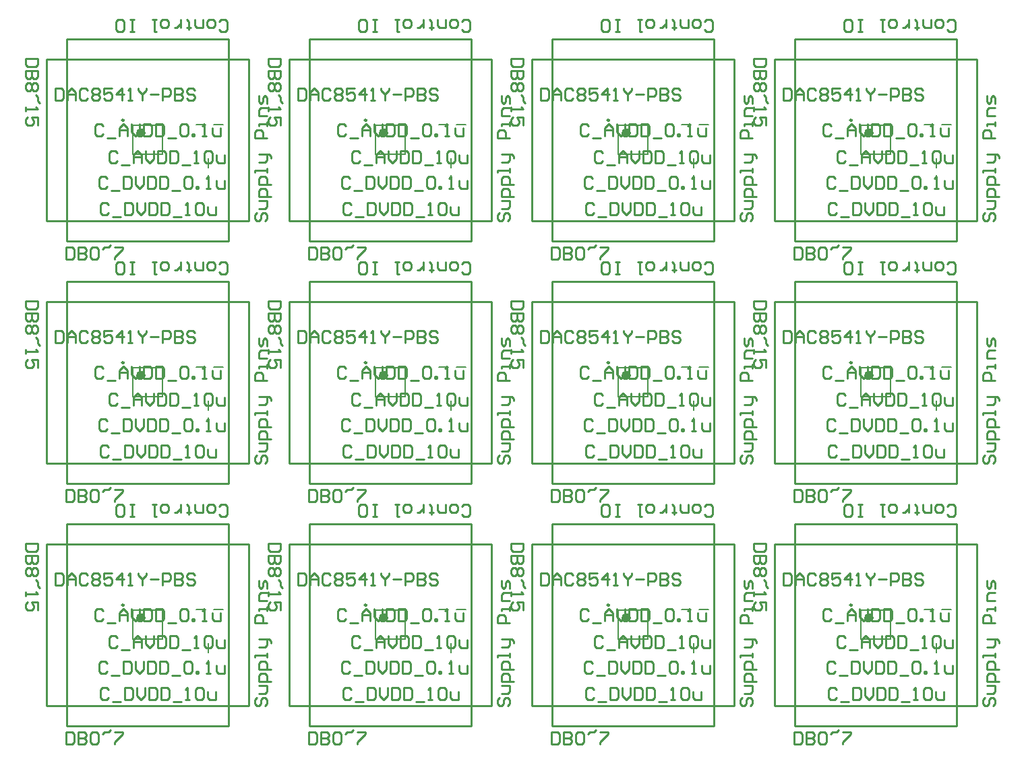
<source format=gto>
%FSLAX24Y24*%
%MOIN*%
G70*
G01*
G75*
G04 Layer_Color=65535*
%ADD10R,0.0551X0.0472*%
%ADD11R,0.0472X0.0551*%
%ADD12O,0.0630X0.0118*%
%ADD13O,0.0118X0.0630*%
%ADD14C,0.0118*%
%ADD15C,0.0394*%
%ADD16C,0.1260*%
%ADD17C,0.0750*%
%ADD18C,0.0098*%
%ADD19C,0.0236*%
%ADD20C,0.0100*%
%ADD21C,0.0079*%
D18*
X10829Y8965D02*
G03*
X10829Y8965I-49J0D01*
G01*
X22829D02*
G03*
X22829Y8965I-49J0D01*
G01*
X34829D02*
G03*
X34829Y8965I-49J0D01*
G01*
X46829D02*
G03*
X46829Y8965I-49J0D01*
G01*
X10829Y20965D02*
G03*
X10829Y20965I-49J0D01*
G01*
X22829D02*
G03*
X22829Y20965I-49J0D01*
G01*
X34829D02*
G03*
X34829Y20965I-49J0D01*
G01*
X46829D02*
G03*
X46829Y20965I-49J0D01*
G01*
X10829Y32965D02*
G03*
X10829Y32965I-49J0D01*
G01*
X22829D02*
G03*
X22829Y32965I-49J0D01*
G01*
X34829D02*
G03*
X34829Y32965I-49J0D01*
G01*
X46829D02*
G03*
X46829Y32965I-49J0D01*
G01*
D19*
X11783Y8335D02*
G03*
X11783Y8335I-118J0D01*
G01*
X23783D02*
G03*
X23783Y8335I-118J0D01*
G01*
X35783D02*
G03*
X35783Y8335I-118J0D01*
G01*
X47783D02*
G03*
X47783Y8335I-118J0D01*
G01*
X11783Y20335D02*
G03*
X11783Y20335I-118J0D01*
G01*
X23783D02*
G03*
X23783Y20335I-118J0D01*
G01*
X35783D02*
G03*
X35783Y20335I-118J0D01*
G01*
X47783D02*
G03*
X47783Y20335I-118J0D01*
G01*
X11783Y32335D02*
G03*
X11783Y32335I-118J0D01*
G01*
X23783D02*
G03*
X23783Y32335I-118J0D01*
G01*
X35783D02*
G03*
X35783Y32335I-118J0D01*
G01*
X47783D02*
G03*
X47783Y32335I-118J0D01*
G01*
D20*
X8000Y13000D02*
X16000D01*
Y12000D02*
Y13000D01*
X8000Y12000D02*
X16000D01*
X8000D02*
Y13000D01*
X7000Y4000D02*
Y12000D01*
X8000D01*
Y4000D02*
Y12000D01*
X7000Y4000D02*
X8000D01*
X17000D02*
Y12000D01*
X16000Y4000D02*
X17000D01*
X16000D02*
Y12000D01*
X17000D01*
X8000Y3000D02*
X16000D01*
X8000D02*
Y4000D01*
X16000D01*
Y3000D02*
Y4000D01*
X15530Y13460D02*
X15630Y13360D01*
X15830D01*
X15930Y13460D01*
Y13860D01*
X15830Y13960D01*
X15630D01*
X15530Y13860D01*
X15230Y13960D02*
X15030D01*
X14930Y13860D01*
Y13660D01*
X15030Y13560D01*
X15230D01*
X15330Y13660D01*
Y13860D01*
X15230Y13960D01*
X14730D02*
Y13560D01*
X14430D01*
X14331Y13660D01*
Y13960D01*
X14031Y13460D02*
Y13560D01*
X14131D01*
X13931D01*
X14031D01*
Y13860D01*
X13931Y13960D01*
X13631Y13560D02*
Y13960D01*
Y13760D01*
X13531Y13660D01*
X13431Y13560D01*
X13331D01*
X12931Y13960D02*
X12731D01*
X12631Y13860D01*
Y13660D01*
X12731Y13560D01*
X12931D01*
X13031Y13660D01*
Y13860D01*
X12931Y13960D01*
X12431D02*
X12231D01*
X12331D01*
Y13360D01*
X12431D01*
X11331D02*
X11132D01*
X11232D01*
Y13960D01*
X11331D01*
X11132D01*
X10532Y13360D02*
X10732D01*
X10832Y13460D01*
Y13860D01*
X10732Y13960D01*
X10532D01*
X10432Y13860D01*
Y13460D01*
X10532Y13360D01*
X9790Y8670D02*
X9690Y8770D01*
X9490D01*
X9390Y8670D01*
Y8270D01*
X9490Y8170D01*
X9690D01*
X9790Y8270D01*
X9990Y8070D02*
X10390D01*
X10590Y8170D02*
Y8570D01*
X10790Y8770D01*
X10989Y8570D01*
Y8170D01*
Y8470D01*
X10590D01*
X11189Y8770D02*
Y8370D01*
X11389Y8170D01*
X11589Y8370D01*
Y8770D01*
X11789D02*
Y8170D01*
X12089D01*
X12189Y8270D01*
Y8670D01*
X12089Y8770D01*
X11789D01*
X12389D02*
Y8170D01*
X12689D01*
X12789Y8270D01*
Y8670D01*
X12689Y8770D01*
X12389D01*
X12989Y8070D02*
X13389D01*
X13589Y8670D02*
X13689Y8770D01*
X13889D01*
X13989Y8670D01*
Y8270D01*
X13889Y8170D01*
X13689D01*
X13589Y8270D01*
Y8670D01*
X14188Y8170D02*
Y8270D01*
X14288D01*
Y8170D01*
X14188D01*
X14688D02*
X14888D01*
X14788D01*
Y8770D01*
X14688Y8670D01*
X15188Y8570D02*
Y8270D01*
X15288Y8170D01*
X15588D01*
Y8570D01*
X10020Y6100D02*
X9920Y6200D01*
X9720D01*
X9620Y6100D01*
Y5700D01*
X9720Y5600D01*
X9920D01*
X10020Y5700D01*
X10220Y5500D02*
X10620D01*
X10820Y6200D02*
Y5600D01*
X11120D01*
X11219Y5700D01*
Y6100D01*
X11120Y6200D01*
X10820D01*
X11419D02*
Y5800D01*
X11619Y5600D01*
X11819Y5800D01*
Y6200D01*
X12019D02*
Y5600D01*
X12319D01*
X12419Y5700D01*
Y6100D01*
X12319Y6200D01*
X12019D01*
X12619D02*
Y5600D01*
X12919D01*
X13019Y5700D01*
Y6100D01*
X12919Y6200D01*
X12619D01*
X13219Y5500D02*
X13619D01*
X13819Y6100D02*
X13919Y6200D01*
X14119D01*
X14219Y6100D01*
Y5700D01*
X14119Y5600D01*
X13919D01*
X13819Y5700D01*
Y6100D01*
X14418Y5600D02*
Y5700D01*
X14518D01*
Y5600D01*
X14418D01*
X14918D02*
X15118D01*
X15018D01*
Y6200D01*
X14918Y6100D01*
X15418Y6000D02*
Y5700D01*
X15518Y5600D01*
X15818D01*
Y6000D01*
X10520Y7340D02*
X10420Y7440D01*
X10220D01*
X10120Y7340D01*
Y6940D01*
X10220Y6840D01*
X10420D01*
X10520Y6940D01*
X10720Y6740D02*
X11120D01*
X11320Y6840D02*
Y7240D01*
X11520Y7440D01*
X11719Y7240D01*
Y6840D01*
Y7140D01*
X11320D01*
X11919Y7440D02*
Y7040D01*
X12119Y6840D01*
X12319Y7040D01*
Y7440D01*
X12519D02*
Y6840D01*
X12819D01*
X12919Y6940D01*
Y7340D01*
X12819Y7440D01*
X12519D01*
X13119D02*
Y6840D01*
X13419D01*
X13519Y6940D01*
Y7340D01*
X13419Y7440D01*
X13119D01*
X13719Y6740D02*
X14119D01*
X14319Y6840D02*
X14519D01*
X14419D01*
Y7440D01*
X14319Y7340D01*
X14818D02*
X14918Y7440D01*
X15118D01*
X15218Y7340D01*
Y6940D01*
X15118Y6840D01*
X14918D01*
X14818Y6940D01*
Y7340D01*
X15418Y7240D02*
Y6940D01*
X15518Y6840D01*
X15818D01*
Y7240D01*
X10070Y4770D02*
X9970Y4870D01*
X9770D01*
X9670Y4770D01*
Y4370D01*
X9770Y4270D01*
X9970D01*
X10070Y4370D01*
X10270Y4170D02*
X10670D01*
X10870Y4870D02*
Y4270D01*
X11170D01*
X11269Y4370D01*
Y4770D01*
X11170Y4870D01*
X10870D01*
X11469D02*
Y4470D01*
X11669Y4270D01*
X11869Y4470D01*
Y4870D01*
X12069D02*
Y4270D01*
X12369D01*
X12469Y4370D01*
Y4770D01*
X12369Y4870D01*
X12069D01*
X12669D02*
Y4270D01*
X12969D01*
X13069Y4370D01*
Y4770D01*
X12969Y4870D01*
X12669D01*
X13269Y4170D02*
X13669D01*
X13869Y4270D02*
X14069D01*
X13969D01*
Y4870D01*
X13869Y4770D01*
X14368D02*
X14468Y4870D01*
X14668D01*
X14768Y4770D01*
Y4370D01*
X14668Y4270D01*
X14468D01*
X14368Y4370D01*
Y4770D01*
X14968Y4670D02*
Y4370D01*
X15068Y4270D01*
X15368D01*
Y4670D01*
X7440Y10560D02*
Y9960D01*
X7740D01*
X7840Y10060D01*
Y10460D01*
X7740Y10560D01*
X7440D01*
X8040Y9960D02*
Y10360D01*
X8240Y10560D01*
X8440Y10360D01*
Y9960D01*
Y10260D01*
X8040D01*
X9039Y10460D02*
X8940Y10560D01*
X8740D01*
X8640Y10460D01*
Y10060D01*
X8740Y9960D01*
X8940D01*
X9039Y10060D01*
X9239Y10460D02*
X9339Y10560D01*
X9539D01*
X9639Y10460D01*
Y10360D01*
X9539Y10260D01*
X9639Y10160D01*
Y10060D01*
X9539Y9960D01*
X9339D01*
X9239Y10060D01*
Y10160D01*
X9339Y10260D01*
X9239Y10360D01*
Y10460D01*
X9339Y10260D02*
X9539D01*
X10239Y10560D02*
X9839D01*
Y10260D01*
X10039Y10360D01*
X10139D01*
X10239Y10260D01*
Y10060D01*
X10139Y9960D01*
X9939D01*
X9839Y10060D01*
X10739Y9960D02*
Y10560D01*
X10439Y10260D01*
X10839D01*
X11039Y9960D02*
X11239D01*
X11139D01*
Y10560D01*
X11039Y10460D01*
X11539Y10560D02*
Y10460D01*
X11739Y10260D01*
X11939Y10460D01*
Y10560D01*
X11739Y10260D02*
Y9960D01*
X12138Y10260D02*
X12538D01*
X12738Y9960D02*
Y10560D01*
X13038D01*
X13138Y10460D01*
Y10260D01*
X13038Y10160D01*
X12738D01*
X13338Y10560D02*
Y9960D01*
X13638D01*
X13738Y10060D01*
Y10160D01*
X13638Y10260D01*
X13338D01*
X13638D01*
X13738Y10360D01*
Y10460D01*
X13638Y10560D01*
X13338D01*
X14338Y10460D02*
X14238Y10560D01*
X14038D01*
X13938Y10460D01*
Y10360D01*
X14038Y10260D01*
X14238D01*
X14338Y10160D01*
Y10060D01*
X14238Y9960D01*
X14038D01*
X13938Y10060D01*
X6560Y12010D02*
X5960D01*
Y11710D01*
X6060Y11610D01*
X6460D01*
X6560Y11710D01*
Y12010D01*
Y11410D02*
X5960D01*
Y11110D01*
X6060Y11010D01*
X6160D01*
X6260Y11110D01*
Y11410D01*
Y11110D01*
X6360Y11010D01*
X6460D01*
X6560Y11110D01*
Y11410D01*
X6460Y10810D02*
X6560Y10710D01*
Y10510D01*
X6460Y10411D01*
X6360D01*
X6260Y10510D01*
X6160Y10411D01*
X6060D01*
X5960Y10510D01*
Y10710D01*
X6060Y10810D01*
X6160D01*
X6260Y10710D01*
X6360Y10810D01*
X6460D01*
X6260Y10710D02*
Y10510D01*
X6460Y10211D02*
X6560Y10111D01*
Y9911D01*
X6660Y9811D01*
X5960Y9611D02*
Y9411D01*
Y9511D01*
X6560D01*
X6460Y9611D01*
X6560Y8711D02*
Y9111D01*
X6260D01*
X6360Y8911D01*
Y8811D01*
X6260Y8711D01*
X6060D01*
X5960Y8811D01*
Y9011D01*
X6060Y9111D01*
X17390Y4400D02*
X17290Y4300D01*
Y4100D01*
X17390Y4000D01*
X17490D01*
X17590Y4100D01*
Y4300D01*
X17690Y4400D01*
X17790D01*
X17890Y4300D01*
Y4100D01*
X17790Y4000D01*
X17490Y4600D02*
X17790D01*
X17890Y4700D01*
Y5000D01*
X17490D01*
X18090Y5200D02*
X17490D01*
Y5500D01*
X17590Y5599D01*
X17790D01*
X17890Y5500D01*
Y5200D01*
X18090Y5799D02*
X17490D01*
Y6099D01*
X17590Y6199D01*
X17790D01*
X17890Y6099D01*
Y5799D01*
Y6399D02*
Y6599D01*
Y6499D01*
X17290D01*
Y6399D01*
X17490Y6899D02*
X17790D01*
X17890Y6999D01*
Y7299D01*
X17990D01*
X18090Y7199D01*
Y7099D01*
X17890Y7299D02*
X17490D01*
X17890Y8099D02*
X17290D01*
Y8399D01*
X17390Y8499D01*
X17590D01*
X17690Y8399D01*
Y8099D01*
X17890Y8698D02*
Y8898D01*
Y8798D01*
X17490D01*
Y8698D01*
X17890Y9198D02*
X17490D01*
Y9498D01*
X17590Y9598D01*
X17890D01*
Y9798D02*
Y10098D01*
X17790Y10198D01*
X17690Y10098D01*
Y9898D01*
X17590Y9798D01*
X17490Y9898D01*
Y10198D01*
X7980Y2700D02*
Y2100D01*
X8280D01*
X8380Y2200D01*
Y2600D01*
X8280Y2700D01*
X7980D01*
X8580D02*
Y2100D01*
X8880D01*
X8980Y2200D01*
Y2300D01*
X8880Y2400D01*
X8580D01*
X8880D01*
X8980Y2500D01*
Y2600D01*
X8880Y2700D01*
X8580D01*
X9180Y2600D02*
X9280Y2700D01*
X9480D01*
X9579Y2600D01*
Y2200D01*
X9480Y2100D01*
X9280D01*
X9180Y2200D01*
Y2600D01*
X9779D02*
X9879Y2700D01*
X10079D01*
X10179Y2800D01*
X10379Y2700D02*
X10779D01*
Y2600D01*
X10379Y2200D01*
Y2100D01*
X20000Y13000D02*
X28000D01*
Y12000D02*
Y13000D01*
X20000Y12000D02*
X28000D01*
X20000D02*
Y13000D01*
X19000Y4000D02*
Y12000D01*
X20000D01*
Y4000D02*
Y12000D01*
X19000Y4000D02*
X20000D01*
X29000D02*
Y12000D01*
X28000Y4000D02*
X29000D01*
X28000D02*
Y12000D01*
X29000D01*
X20000Y3000D02*
X28000D01*
X20000D02*
Y4000D01*
X28000D01*
Y3000D02*
Y4000D01*
X27530Y13460D02*
X27630Y13360D01*
X27830D01*
X27930Y13460D01*
Y13860D01*
X27830Y13960D01*
X27630D01*
X27530Y13860D01*
X27230Y13960D02*
X27030D01*
X26930Y13860D01*
Y13660D01*
X27030Y13560D01*
X27230D01*
X27330Y13660D01*
Y13860D01*
X27230Y13960D01*
X26730D02*
Y13560D01*
X26430D01*
X26331Y13660D01*
Y13960D01*
X26031Y13460D02*
Y13560D01*
X26131D01*
X25931D01*
X26031D01*
Y13860D01*
X25931Y13960D01*
X25631Y13560D02*
Y13960D01*
Y13760D01*
X25531Y13660D01*
X25431Y13560D01*
X25331D01*
X24931Y13960D02*
X24731D01*
X24631Y13860D01*
Y13660D01*
X24731Y13560D01*
X24931D01*
X25031Y13660D01*
Y13860D01*
X24931Y13960D01*
X24431D02*
X24231D01*
X24331D01*
Y13360D01*
X24431D01*
X23331D02*
X23132D01*
X23232D01*
Y13960D01*
X23331D01*
X23132D01*
X22532Y13360D02*
X22732D01*
X22832Y13460D01*
Y13860D01*
X22732Y13960D01*
X22532D01*
X22432Y13860D01*
Y13460D01*
X22532Y13360D01*
X21790Y8670D02*
X21690Y8770D01*
X21490D01*
X21390Y8670D01*
Y8270D01*
X21490Y8170D01*
X21690D01*
X21790Y8270D01*
X21990Y8070D02*
X22390D01*
X22590Y8170D02*
Y8570D01*
X22790Y8770D01*
X22989Y8570D01*
Y8170D01*
Y8470D01*
X22590D01*
X23189Y8770D02*
Y8370D01*
X23389Y8170D01*
X23589Y8370D01*
Y8770D01*
X23789D02*
Y8170D01*
X24089D01*
X24189Y8270D01*
Y8670D01*
X24089Y8770D01*
X23789D01*
X24389D02*
Y8170D01*
X24689D01*
X24789Y8270D01*
Y8670D01*
X24689Y8770D01*
X24389D01*
X24989Y8070D02*
X25389D01*
X25589Y8670D02*
X25689Y8770D01*
X25889D01*
X25989Y8670D01*
Y8270D01*
X25889Y8170D01*
X25689D01*
X25589Y8270D01*
Y8670D01*
X26188Y8170D02*
Y8270D01*
X26288D01*
Y8170D01*
X26188D01*
X26688D02*
X26888D01*
X26788D01*
Y8770D01*
X26688Y8670D01*
X27188Y8570D02*
Y8270D01*
X27288Y8170D01*
X27588D01*
Y8570D01*
X22020Y6100D02*
X21920Y6200D01*
X21720D01*
X21620Y6100D01*
Y5700D01*
X21720Y5600D01*
X21920D01*
X22020Y5700D01*
X22220Y5500D02*
X22620D01*
X22820Y6200D02*
Y5600D01*
X23120D01*
X23219Y5700D01*
Y6100D01*
X23120Y6200D01*
X22820D01*
X23419D02*
Y5800D01*
X23619Y5600D01*
X23819Y5800D01*
Y6200D01*
X24019D02*
Y5600D01*
X24319D01*
X24419Y5700D01*
Y6100D01*
X24319Y6200D01*
X24019D01*
X24619D02*
Y5600D01*
X24919D01*
X25019Y5700D01*
Y6100D01*
X24919Y6200D01*
X24619D01*
X25219Y5500D02*
X25619D01*
X25819Y6100D02*
X25919Y6200D01*
X26119D01*
X26219Y6100D01*
Y5700D01*
X26119Y5600D01*
X25919D01*
X25819Y5700D01*
Y6100D01*
X26418Y5600D02*
Y5700D01*
X26518D01*
Y5600D01*
X26418D01*
X26918D02*
X27118D01*
X27018D01*
Y6200D01*
X26918Y6100D01*
X27418Y6000D02*
Y5700D01*
X27518Y5600D01*
X27818D01*
Y6000D01*
X22520Y7340D02*
X22420Y7440D01*
X22220D01*
X22120Y7340D01*
Y6940D01*
X22220Y6840D01*
X22420D01*
X22520Y6940D01*
X22720Y6740D02*
X23120D01*
X23320Y6840D02*
Y7240D01*
X23520Y7440D01*
X23719Y7240D01*
Y6840D01*
Y7140D01*
X23320D01*
X23919Y7440D02*
Y7040D01*
X24119Y6840D01*
X24319Y7040D01*
Y7440D01*
X24519D02*
Y6840D01*
X24819D01*
X24919Y6940D01*
Y7340D01*
X24819Y7440D01*
X24519D01*
X25119D02*
Y6840D01*
X25419D01*
X25519Y6940D01*
Y7340D01*
X25419Y7440D01*
X25119D01*
X25719Y6740D02*
X26119D01*
X26319Y6840D02*
X26519D01*
X26419D01*
Y7440D01*
X26319Y7340D01*
X26818D02*
X26918Y7440D01*
X27118D01*
X27218Y7340D01*
Y6940D01*
X27118Y6840D01*
X26918D01*
X26818Y6940D01*
Y7340D01*
X27418Y7240D02*
Y6940D01*
X27518Y6840D01*
X27818D01*
Y7240D01*
X22070Y4770D02*
X21970Y4870D01*
X21770D01*
X21670Y4770D01*
Y4370D01*
X21770Y4270D01*
X21970D01*
X22070Y4370D01*
X22270Y4170D02*
X22670D01*
X22870Y4870D02*
Y4270D01*
X23170D01*
X23269Y4370D01*
Y4770D01*
X23170Y4870D01*
X22870D01*
X23469D02*
Y4470D01*
X23669Y4270D01*
X23869Y4470D01*
Y4870D01*
X24069D02*
Y4270D01*
X24369D01*
X24469Y4370D01*
Y4770D01*
X24369Y4870D01*
X24069D01*
X24669D02*
Y4270D01*
X24969D01*
X25069Y4370D01*
Y4770D01*
X24969Y4870D01*
X24669D01*
X25269Y4170D02*
X25669D01*
X25869Y4270D02*
X26069D01*
X25969D01*
Y4870D01*
X25869Y4770D01*
X26368D02*
X26468Y4870D01*
X26668D01*
X26768Y4770D01*
Y4370D01*
X26668Y4270D01*
X26468D01*
X26368Y4370D01*
Y4770D01*
X26968Y4670D02*
Y4370D01*
X27068Y4270D01*
X27368D01*
Y4670D01*
X19440Y10560D02*
Y9960D01*
X19740D01*
X19840Y10060D01*
Y10460D01*
X19740Y10560D01*
X19440D01*
X20040Y9960D02*
Y10360D01*
X20240Y10560D01*
X20440Y10360D01*
Y9960D01*
Y10260D01*
X20040D01*
X21039Y10460D02*
X20940Y10560D01*
X20740D01*
X20640Y10460D01*
Y10060D01*
X20740Y9960D01*
X20940D01*
X21039Y10060D01*
X21239Y10460D02*
X21339Y10560D01*
X21539D01*
X21639Y10460D01*
Y10360D01*
X21539Y10260D01*
X21639Y10160D01*
Y10060D01*
X21539Y9960D01*
X21339D01*
X21239Y10060D01*
Y10160D01*
X21339Y10260D01*
X21239Y10360D01*
Y10460D01*
X21339Y10260D02*
X21539D01*
X22239Y10560D02*
X21839D01*
Y10260D01*
X22039Y10360D01*
X22139D01*
X22239Y10260D01*
Y10060D01*
X22139Y9960D01*
X21939D01*
X21839Y10060D01*
X22739Y9960D02*
Y10560D01*
X22439Y10260D01*
X22839D01*
X23039Y9960D02*
X23239D01*
X23139D01*
Y10560D01*
X23039Y10460D01*
X23539Y10560D02*
Y10460D01*
X23739Y10260D01*
X23939Y10460D01*
Y10560D01*
X23739Y10260D02*
Y9960D01*
X24138Y10260D02*
X24538D01*
X24738Y9960D02*
Y10560D01*
X25038D01*
X25138Y10460D01*
Y10260D01*
X25038Y10160D01*
X24738D01*
X25338Y10560D02*
Y9960D01*
X25638D01*
X25738Y10060D01*
Y10160D01*
X25638Y10260D01*
X25338D01*
X25638D01*
X25738Y10360D01*
Y10460D01*
X25638Y10560D01*
X25338D01*
X26338Y10460D02*
X26238Y10560D01*
X26038D01*
X25938Y10460D01*
Y10360D01*
X26038Y10260D01*
X26238D01*
X26338Y10160D01*
Y10060D01*
X26238Y9960D01*
X26038D01*
X25938Y10060D01*
X18560Y12010D02*
X17960D01*
Y11710D01*
X18060Y11610D01*
X18460D01*
X18560Y11710D01*
Y12010D01*
Y11410D02*
X17960D01*
Y11110D01*
X18060Y11010D01*
X18160D01*
X18260Y11110D01*
Y11410D01*
Y11110D01*
X18360Y11010D01*
X18460D01*
X18560Y11110D01*
Y11410D01*
X18460Y10810D02*
X18560Y10710D01*
Y10510D01*
X18460Y10411D01*
X18360D01*
X18260Y10510D01*
X18160Y10411D01*
X18060D01*
X17960Y10510D01*
Y10710D01*
X18060Y10810D01*
X18160D01*
X18260Y10710D01*
X18360Y10810D01*
X18460D01*
X18260Y10710D02*
Y10510D01*
X18460Y10211D02*
X18560Y10111D01*
Y9911D01*
X18660Y9811D01*
X17960Y9611D02*
Y9411D01*
Y9511D01*
X18560D01*
X18460Y9611D01*
X18560Y8711D02*
Y9111D01*
X18260D01*
X18360Y8911D01*
Y8811D01*
X18260Y8711D01*
X18060D01*
X17960Y8811D01*
Y9011D01*
X18060Y9111D01*
X29390Y4400D02*
X29290Y4300D01*
Y4100D01*
X29390Y4000D01*
X29490D01*
X29590Y4100D01*
Y4300D01*
X29690Y4400D01*
X29790D01*
X29890Y4300D01*
Y4100D01*
X29790Y4000D01*
X29490Y4600D02*
X29790D01*
X29890Y4700D01*
Y5000D01*
X29490D01*
X30090Y5200D02*
X29490D01*
Y5500D01*
X29590Y5599D01*
X29790D01*
X29890Y5500D01*
Y5200D01*
X30090Y5799D02*
X29490D01*
Y6099D01*
X29590Y6199D01*
X29790D01*
X29890Y6099D01*
Y5799D01*
Y6399D02*
Y6599D01*
Y6499D01*
X29290D01*
Y6399D01*
X29490Y6899D02*
X29790D01*
X29890Y6999D01*
Y7299D01*
X29990D01*
X30090Y7199D01*
Y7099D01*
X29890Y7299D02*
X29490D01*
X29890Y8099D02*
X29290D01*
Y8399D01*
X29390Y8499D01*
X29590D01*
X29690Y8399D01*
Y8099D01*
X29890Y8698D02*
Y8898D01*
Y8798D01*
X29490D01*
Y8698D01*
X29890Y9198D02*
X29490D01*
Y9498D01*
X29590Y9598D01*
X29890D01*
Y9798D02*
Y10098D01*
X29790Y10198D01*
X29690Y10098D01*
Y9898D01*
X29590Y9798D01*
X29490Y9898D01*
Y10198D01*
X19980Y2700D02*
Y2100D01*
X20280D01*
X20380Y2200D01*
Y2600D01*
X20280Y2700D01*
X19980D01*
X20580D02*
Y2100D01*
X20880D01*
X20980Y2200D01*
Y2300D01*
X20880Y2400D01*
X20580D01*
X20880D01*
X20980Y2500D01*
Y2600D01*
X20880Y2700D01*
X20580D01*
X21180Y2600D02*
X21280Y2700D01*
X21480D01*
X21579Y2600D01*
Y2200D01*
X21480Y2100D01*
X21280D01*
X21180Y2200D01*
Y2600D01*
X21779D02*
X21879Y2700D01*
X22079D01*
X22179Y2800D01*
X22379Y2700D02*
X22779D01*
Y2600D01*
X22379Y2200D01*
Y2100D01*
X32000Y13000D02*
X40000D01*
Y12000D02*
Y13000D01*
X32000Y12000D02*
X40000D01*
X32000D02*
Y13000D01*
X31000Y4000D02*
Y12000D01*
X32000D01*
Y4000D02*
Y12000D01*
X31000Y4000D02*
X32000D01*
X41000D02*
Y12000D01*
X40000Y4000D02*
X41000D01*
X40000D02*
Y12000D01*
X41000D01*
X32000Y3000D02*
X40000D01*
X32000D02*
Y4000D01*
X40000D01*
Y3000D02*
Y4000D01*
X39530Y13460D02*
X39630Y13360D01*
X39830D01*
X39930Y13460D01*
Y13860D01*
X39830Y13960D01*
X39630D01*
X39530Y13860D01*
X39230Y13960D02*
X39030D01*
X38930Y13860D01*
Y13660D01*
X39030Y13560D01*
X39230D01*
X39330Y13660D01*
Y13860D01*
X39230Y13960D01*
X38730D02*
Y13560D01*
X38430D01*
X38331Y13660D01*
Y13960D01*
X38031Y13460D02*
Y13560D01*
X38131D01*
X37931D01*
X38031D01*
Y13860D01*
X37931Y13960D01*
X37631Y13560D02*
Y13960D01*
Y13760D01*
X37531Y13660D01*
X37431Y13560D01*
X37331D01*
X36931Y13960D02*
X36731D01*
X36631Y13860D01*
Y13660D01*
X36731Y13560D01*
X36931D01*
X37031Y13660D01*
Y13860D01*
X36931Y13960D01*
X36431D02*
X36231D01*
X36331D01*
Y13360D01*
X36431D01*
X35331D02*
X35132D01*
X35232D01*
Y13960D01*
X35331D01*
X35132D01*
X34532Y13360D02*
X34732D01*
X34832Y13460D01*
Y13860D01*
X34732Y13960D01*
X34532D01*
X34432Y13860D01*
Y13460D01*
X34532Y13360D01*
X33790Y8670D02*
X33690Y8770D01*
X33490D01*
X33390Y8670D01*
Y8270D01*
X33490Y8170D01*
X33690D01*
X33790Y8270D01*
X33990Y8070D02*
X34390D01*
X34590Y8170D02*
Y8570D01*
X34790Y8770D01*
X34989Y8570D01*
Y8170D01*
Y8470D01*
X34590D01*
X35189Y8770D02*
Y8370D01*
X35389Y8170D01*
X35589Y8370D01*
Y8770D01*
X35789D02*
Y8170D01*
X36089D01*
X36189Y8270D01*
Y8670D01*
X36089Y8770D01*
X35789D01*
X36389D02*
Y8170D01*
X36689D01*
X36789Y8270D01*
Y8670D01*
X36689Y8770D01*
X36389D01*
X36989Y8070D02*
X37389D01*
X37589Y8670D02*
X37689Y8770D01*
X37889D01*
X37989Y8670D01*
Y8270D01*
X37889Y8170D01*
X37689D01*
X37589Y8270D01*
Y8670D01*
X38188Y8170D02*
Y8270D01*
X38288D01*
Y8170D01*
X38188D01*
X38688D02*
X38888D01*
X38788D01*
Y8770D01*
X38688Y8670D01*
X39188Y8570D02*
Y8270D01*
X39288Y8170D01*
X39588D01*
Y8570D01*
X34020Y6100D02*
X33920Y6200D01*
X33720D01*
X33620Y6100D01*
Y5700D01*
X33720Y5600D01*
X33920D01*
X34020Y5700D01*
X34220Y5500D02*
X34620D01*
X34820Y6200D02*
Y5600D01*
X35120D01*
X35219Y5700D01*
Y6100D01*
X35120Y6200D01*
X34820D01*
X35419D02*
Y5800D01*
X35619Y5600D01*
X35819Y5800D01*
Y6200D01*
X36019D02*
Y5600D01*
X36319D01*
X36419Y5700D01*
Y6100D01*
X36319Y6200D01*
X36019D01*
X36619D02*
Y5600D01*
X36919D01*
X37019Y5700D01*
Y6100D01*
X36919Y6200D01*
X36619D01*
X37219Y5500D02*
X37619D01*
X37819Y6100D02*
X37919Y6200D01*
X38119D01*
X38219Y6100D01*
Y5700D01*
X38119Y5600D01*
X37919D01*
X37819Y5700D01*
Y6100D01*
X38418Y5600D02*
Y5700D01*
X38518D01*
Y5600D01*
X38418D01*
X38918D02*
X39118D01*
X39018D01*
Y6200D01*
X38918Y6100D01*
X39418Y6000D02*
Y5700D01*
X39518Y5600D01*
X39818D01*
Y6000D01*
X34520Y7340D02*
X34420Y7440D01*
X34220D01*
X34120Y7340D01*
Y6940D01*
X34220Y6840D01*
X34420D01*
X34520Y6940D01*
X34720Y6740D02*
X35120D01*
X35320Y6840D02*
Y7240D01*
X35520Y7440D01*
X35719Y7240D01*
Y6840D01*
Y7140D01*
X35320D01*
X35919Y7440D02*
Y7040D01*
X36119Y6840D01*
X36319Y7040D01*
Y7440D01*
X36519D02*
Y6840D01*
X36819D01*
X36919Y6940D01*
Y7340D01*
X36819Y7440D01*
X36519D01*
X37119D02*
Y6840D01*
X37419D01*
X37519Y6940D01*
Y7340D01*
X37419Y7440D01*
X37119D01*
X37719Y6740D02*
X38119D01*
X38319Y6840D02*
X38519D01*
X38419D01*
Y7440D01*
X38319Y7340D01*
X38818D02*
X38918Y7440D01*
X39118D01*
X39218Y7340D01*
Y6940D01*
X39118Y6840D01*
X38918D01*
X38818Y6940D01*
Y7340D01*
X39418Y7240D02*
Y6940D01*
X39518Y6840D01*
X39818D01*
Y7240D01*
X34070Y4770D02*
X33970Y4870D01*
X33770D01*
X33670Y4770D01*
Y4370D01*
X33770Y4270D01*
X33970D01*
X34070Y4370D01*
X34270Y4170D02*
X34670D01*
X34870Y4870D02*
Y4270D01*
X35170D01*
X35269Y4370D01*
Y4770D01*
X35170Y4870D01*
X34870D01*
X35469D02*
Y4470D01*
X35669Y4270D01*
X35869Y4470D01*
Y4870D01*
X36069D02*
Y4270D01*
X36369D01*
X36469Y4370D01*
Y4770D01*
X36369Y4870D01*
X36069D01*
X36669D02*
Y4270D01*
X36969D01*
X37069Y4370D01*
Y4770D01*
X36969Y4870D01*
X36669D01*
X37269Y4170D02*
X37669D01*
X37869Y4270D02*
X38069D01*
X37969D01*
Y4870D01*
X37869Y4770D01*
X38368D02*
X38468Y4870D01*
X38668D01*
X38768Y4770D01*
Y4370D01*
X38668Y4270D01*
X38468D01*
X38368Y4370D01*
Y4770D01*
X38968Y4670D02*
Y4370D01*
X39068Y4270D01*
X39368D01*
Y4670D01*
X31440Y10560D02*
Y9960D01*
X31740D01*
X31840Y10060D01*
Y10460D01*
X31740Y10560D01*
X31440D01*
X32040Y9960D02*
Y10360D01*
X32240Y10560D01*
X32440Y10360D01*
Y9960D01*
Y10260D01*
X32040D01*
X33039Y10460D02*
X32940Y10560D01*
X32740D01*
X32640Y10460D01*
Y10060D01*
X32740Y9960D01*
X32940D01*
X33039Y10060D01*
X33239Y10460D02*
X33339Y10560D01*
X33539D01*
X33639Y10460D01*
Y10360D01*
X33539Y10260D01*
X33639Y10160D01*
Y10060D01*
X33539Y9960D01*
X33339D01*
X33239Y10060D01*
Y10160D01*
X33339Y10260D01*
X33239Y10360D01*
Y10460D01*
X33339Y10260D02*
X33539D01*
X34239Y10560D02*
X33839D01*
Y10260D01*
X34039Y10360D01*
X34139D01*
X34239Y10260D01*
Y10060D01*
X34139Y9960D01*
X33939D01*
X33839Y10060D01*
X34739Y9960D02*
Y10560D01*
X34439Y10260D01*
X34839D01*
X35039Y9960D02*
X35239D01*
X35139D01*
Y10560D01*
X35039Y10460D01*
X35539Y10560D02*
Y10460D01*
X35739Y10260D01*
X35939Y10460D01*
Y10560D01*
X35739Y10260D02*
Y9960D01*
X36138Y10260D02*
X36538D01*
X36738Y9960D02*
Y10560D01*
X37038D01*
X37138Y10460D01*
Y10260D01*
X37038Y10160D01*
X36738D01*
X37338Y10560D02*
Y9960D01*
X37638D01*
X37738Y10060D01*
Y10160D01*
X37638Y10260D01*
X37338D01*
X37638D01*
X37738Y10360D01*
Y10460D01*
X37638Y10560D01*
X37338D01*
X38338Y10460D02*
X38238Y10560D01*
X38038D01*
X37938Y10460D01*
Y10360D01*
X38038Y10260D01*
X38238D01*
X38338Y10160D01*
Y10060D01*
X38238Y9960D01*
X38038D01*
X37938Y10060D01*
X30560Y12010D02*
X29960D01*
Y11710D01*
X30060Y11610D01*
X30460D01*
X30560Y11710D01*
Y12010D01*
Y11410D02*
X29960D01*
Y11110D01*
X30060Y11010D01*
X30160D01*
X30260Y11110D01*
Y11410D01*
Y11110D01*
X30360Y11010D01*
X30460D01*
X30560Y11110D01*
Y11410D01*
X30460Y10810D02*
X30560Y10710D01*
Y10510D01*
X30460Y10411D01*
X30360D01*
X30260Y10510D01*
X30160Y10411D01*
X30060D01*
X29960Y10510D01*
Y10710D01*
X30060Y10810D01*
X30160D01*
X30260Y10710D01*
X30360Y10810D01*
X30460D01*
X30260Y10710D02*
Y10510D01*
X30460Y10211D02*
X30560Y10111D01*
Y9911D01*
X30660Y9811D01*
X29960Y9611D02*
Y9411D01*
Y9511D01*
X30560D01*
X30460Y9611D01*
X30560Y8711D02*
Y9111D01*
X30260D01*
X30360Y8911D01*
Y8811D01*
X30260Y8711D01*
X30060D01*
X29960Y8811D01*
Y9011D01*
X30060Y9111D01*
X41390Y4400D02*
X41290Y4300D01*
Y4100D01*
X41390Y4000D01*
X41490D01*
X41590Y4100D01*
Y4300D01*
X41690Y4400D01*
X41790D01*
X41890Y4300D01*
Y4100D01*
X41790Y4000D01*
X41490Y4600D02*
X41790D01*
X41890Y4700D01*
Y5000D01*
X41490D01*
X42090Y5200D02*
X41490D01*
Y5500D01*
X41590Y5599D01*
X41790D01*
X41890Y5500D01*
Y5200D01*
X42090Y5799D02*
X41490D01*
Y6099D01*
X41590Y6199D01*
X41790D01*
X41890Y6099D01*
Y5799D01*
Y6399D02*
Y6599D01*
Y6499D01*
X41290D01*
Y6399D01*
X41490Y6899D02*
X41790D01*
X41890Y6999D01*
Y7299D01*
X41990D01*
X42090Y7199D01*
Y7099D01*
X41890Y7299D02*
X41490D01*
X41890Y8099D02*
X41290D01*
Y8399D01*
X41390Y8499D01*
X41590D01*
X41690Y8399D01*
Y8099D01*
X41890Y8698D02*
Y8898D01*
Y8798D01*
X41490D01*
Y8698D01*
X41890Y9198D02*
X41490D01*
Y9498D01*
X41590Y9598D01*
X41890D01*
Y9798D02*
Y10098D01*
X41790Y10198D01*
X41690Y10098D01*
Y9898D01*
X41590Y9798D01*
X41490Y9898D01*
Y10198D01*
X31980Y2700D02*
Y2100D01*
X32280D01*
X32380Y2200D01*
Y2600D01*
X32280Y2700D01*
X31980D01*
X32580D02*
Y2100D01*
X32880D01*
X32980Y2200D01*
Y2300D01*
X32880Y2400D01*
X32580D01*
X32880D01*
X32980Y2500D01*
Y2600D01*
X32880Y2700D01*
X32580D01*
X33180Y2600D02*
X33280Y2700D01*
X33480D01*
X33579Y2600D01*
Y2200D01*
X33480Y2100D01*
X33280D01*
X33180Y2200D01*
Y2600D01*
X33779D02*
X33879Y2700D01*
X34079D01*
X34179Y2800D01*
X34379Y2700D02*
X34779D01*
Y2600D01*
X34379Y2200D01*
Y2100D01*
X44000Y13000D02*
X52000D01*
Y12000D02*
Y13000D01*
X44000Y12000D02*
X52000D01*
X44000D02*
Y13000D01*
X43000Y4000D02*
Y12000D01*
X44000D01*
Y4000D02*
Y12000D01*
X43000Y4000D02*
X44000D01*
X53000D02*
Y12000D01*
X52000Y4000D02*
X53000D01*
X52000D02*
Y12000D01*
X53000D01*
X44000Y3000D02*
X52000D01*
X44000D02*
Y4000D01*
X52000D01*
Y3000D02*
Y4000D01*
X51530Y13460D02*
X51630Y13360D01*
X51830D01*
X51930Y13460D01*
Y13860D01*
X51830Y13960D01*
X51630D01*
X51530Y13860D01*
X51230Y13960D02*
X51030D01*
X50930Y13860D01*
Y13660D01*
X51030Y13560D01*
X51230D01*
X51330Y13660D01*
Y13860D01*
X51230Y13960D01*
X50730D02*
Y13560D01*
X50430D01*
X50331Y13660D01*
Y13960D01*
X50031Y13460D02*
Y13560D01*
X50131D01*
X49931D01*
X50031D01*
Y13860D01*
X49931Y13960D01*
X49631Y13560D02*
Y13960D01*
Y13760D01*
X49531Y13660D01*
X49431Y13560D01*
X49331D01*
X48931Y13960D02*
X48731D01*
X48631Y13860D01*
Y13660D01*
X48731Y13560D01*
X48931D01*
X49031Y13660D01*
Y13860D01*
X48931Y13960D01*
X48431D02*
X48231D01*
X48331D01*
Y13360D01*
X48431D01*
X47331D02*
X47132D01*
X47232D01*
Y13960D01*
X47331D01*
X47132D01*
X46532Y13360D02*
X46732D01*
X46832Y13460D01*
Y13860D01*
X46732Y13960D01*
X46532D01*
X46432Y13860D01*
Y13460D01*
X46532Y13360D01*
X45790Y8670D02*
X45690Y8770D01*
X45490D01*
X45390Y8670D01*
Y8270D01*
X45490Y8170D01*
X45690D01*
X45790Y8270D01*
X45990Y8070D02*
X46390D01*
X46590Y8170D02*
Y8570D01*
X46790Y8770D01*
X46989Y8570D01*
Y8170D01*
Y8470D01*
X46590D01*
X47189Y8770D02*
Y8370D01*
X47389Y8170D01*
X47589Y8370D01*
Y8770D01*
X47789D02*
Y8170D01*
X48089D01*
X48189Y8270D01*
Y8670D01*
X48089Y8770D01*
X47789D01*
X48389D02*
Y8170D01*
X48689D01*
X48789Y8270D01*
Y8670D01*
X48689Y8770D01*
X48389D01*
X48989Y8070D02*
X49389D01*
X49589Y8670D02*
X49689Y8770D01*
X49889D01*
X49989Y8670D01*
Y8270D01*
X49889Y8170D01*
X49689D01*
X49589Y8270D01*
Y8670D01*
X50188Y8170D02*
Y8270D01*
X50288D01*
Y8170D01*
X50188D01*
X50688D02*
X50888D01*
X50788D01*
Y8770D01*
X50688Y8670D01*
X51188Y8570D02*
Y8270D01*
X51288Y8170D01*
X51588D01*
Y8570D01*
X46020Y6100D02*
X45920Y6200D01*
X45720D01*
X45620Y6100D01*
Y5700D01*
X45720Y5600D01*
X45920D01*
X46020Y5700D01*
X46220Y5500D02*
X46620D01*
X46820Y6200D02*
Y5600D01*
X47120D01*
X47219Y5700D01*
Y6100D01*
X47120Y6200D01*
X46820D01*
X47419D02*
Y5800D01*
X47619Y5600D01*
X47819Y5800D01*
Y6200D01*
X48019D02*
Y5600D01*
X48319D01*
X48419Y5700D01*
Y6100D01*
X48319Y6200D01*
X48019D01*
X48619D02*
Y5600D01*
X48919D01*
X49019Y5700D01*
Y6100D01*
X48919Y6200D01*
X48619D01*
X49219Y5500D02*
X49619D01*
X49819Y6100D02*
X49919Y6200D01*
X50119D01*
X50219Y6100D01*
Y5700D01*
X50119Y5600D01*
X49919D01*
X49819Y5700D01*
Y6100D01*
X50418Y5600D02*
Y5700D01*
X50518D01*
Y5600D01*
X50418D01*
X50918D02*
X51118D01*
X51018D01*
Y6200D01*
X50918Y6100D01*
X51418Y6000D02*
Y5700D01*
X51518Y5600D01*
X51818D01*
Y6000D01*
X46520Y7340D02*
X46420Y7440D01*
X46220D01*
X46120Y7340D01*
Y6940D01*
X46220Y6840D01*
X46420D01*
X46520Y6940D01*
X46720Y6740D02*
X47120D01*
X47320Y6840D02*
Y7240D01*
X47520Y7440D01*
X47719Y7240D01*
Y6840D01*
Y7140D01*
X47320D01*
X47919Y7440D02*
Y7040D01*
X48119Y6840D01*
X48319Y7040D01*
Y7440D01*
X48519D02*
Y6840D01*
X48819D01*
X48919Y6940D01*
Y7340D01*
X48819Y7440D01*
X48519D01*
X49119D02*
Y6840D01*
X49419D01*
X49519Y6940D01*
Y7340D01*
X49419Y7440D01*
X49119D01*
X49719Y6740D02*
X50119D01*
X50319Y6840D02*
X50519D01*
X50419D01*
Y7440D01*
X50319Y7340D01*
X50818D02*
X50918Y7440D01*
X51118D01*
X51218Y7340D01*
Y6940D01*
X51118Y6840D01*
X50918D01*
X50818Y6940D01*
Y7340D01*
X51418Y7240D02*
Y6940D01*
X51518Y6840D01*
X51818D01*
Y7240D01*
X46070Y4770D02*
X45970Y4870D01*
X45770D01*
X45670Y4770D01*
Y4370D01*
X45770Y4270D01*
X45970D01*
X46070Y4370D01*
X46270Y4170D02*
X46670D01*
X46870Y4870D02*
Y4270D01*
X47170D01*
X47269Y4370D01*
Y4770D01*
X47170Y4870D01*
X46870D01*
X47469D02*
Y4470D01*
X47669Y4270D01*
X47869Y4470D01*
Y4870D01*
X48069D02*
Y4270D01*
X48369D01*
X48469Y4370D01*
Y4770D01*
X48369Y4870D01*
X48069D01*
X48669D02*
Y4270D01*
X48969D01*
X49069Y4370D01*
Y4770D01*
X48969Y4870D01*
X48669D01*
X49269Y4170D02*
X49669D01*
X49869Y4270D02*
X50069D01*
X49969D01*
Y4870D01*
X49869Y4770D01*
X50368D02*
X50468Y4870D01*
X50668D01*
X50768Y4770D01*
Y4370D01*
X50668Y4270D01*
X50468D01*
X50368Y4370D01*
Y4770D01*
X50968Y4670D02*
Y4370D01*
X51068Y4270D01*
X51368D01*
Y4670D01*
X43440Y10560D02*
Y9960D01*
X43740D01*
X43840Y10060D01*
Y10460D01*
X43740Y10560D01*
X43440D01*
X44040Y9960D02*
Y10360D01*
X44240Y10560D01*
X44440Y10360D01*
Y9960D01*
Y10260D01*
X44040D01*
X45039Y10460D02*
X44940Y10560D01*
X44740D01*
X44640Y10460D01*
Y10060D01*
X44740Y9960D01*
X44940D01*
X45039Y10060D01*
X45239Y10460D02*
X45339Y10560D01*
X45539D01*
X45639Y10460D01*
Y10360D01*
X45539Y10260D01*
X45639Y10160D01*
Y10060D01*
X45539Y9960D01*
X45339D01*
X45239Y10060D01*
Y10160D01*
X45339Y10260D01*
X45239Y10360D01*
Y10460D01*
X45339Y10260D02*
X45539D01*
X46239Y10560D02*
X45839D01*
Y10260D01*
X46039Y10360D01*
X46139D01*
X46239Y10260D01*
Y10060D01*
X46139Y9960D01*
X45939D01*
X45839Y10060D01*
X46739Y9960D02*
Y10560D01*
X46439Y10260D01*
X46839D01*
X47039Y9960D02*
X47239D01*
X47139D01*
Y10560D01*
X47039Y10460D01*
X47539Y10560D02*
Y10460D01*
X47739Y10260D01*
X47939Y10460D01*
Y10560D01*
X47739Y10260D02*
Y9960D01*
X48138Y10260D02*
X48538D01*
X48738Y9960D02*
Y10560D01*
X49038D01*
X49138Y10460D01*
Y10260D01*
X49038Y10160D01*
X48738D01*
X49338Y10560D02*
Y9960D01*
X49638D01*
X49738Y10060D01*
Y10160D01*
X49638Y10260D01*
X49338D01*
X49638D01*
X49738Y10360D01*
Y10460D01*
X49638Y10560D01*
X49338D01*
X50338Y10460D02*
X50238Y10560D01*
X50038D01*
X49938Y10460D01*
Y10360D01*
X50038Y10260D01*
X50238D01*
X50338Y10160D01*
Y10060D01*
X50238Y9960D01*
X50038D01*
X49938Y10060D01*
X42560Y12010D02*
X41960D01*
Y11710D01*
X42060Y11610D01*
X42460D01*
X42560Y11710D01*
Y12010D01*
Y11410D02*
X41960D01*
Y11110D01*
X42060Y11010D01*
X42160D01*
X42260Y11110D01*
Y11410D01*
Y11110D01*
X42360Y11010D01*
X42460D01*
X42560Y11110D01*
Y11410D01*
X42460Y10810D02*
X42560Y10710D01*
Y10510D01*
X42460Y10411D01*
X42360D01*
X42260Y10510D01*
X42160Y10411D01*
X42060D01*
X41960Y10510D01*
Y10710D01*
X42060Y10810D01*
X42160D01*
X42260Y10710D01*
X42360Y10810D01*
X42460D01*
X42260Y10710D02*
Y10510D01*
X42460Y10211D02*
X42560Y10111D01*
Y9911D01*
X42660Y9811D01*
X41960Y9611D02*
Y9411D01*
Y9511D01*
X42560D01*
X42460Y9611D01*
X42560Y8711D02*
Y9111D01*
X42260D01*
X42360Y8911D01*
Y8811D01*
X42260Y8711D01*
X42060D01*
X41960Y8811D01*
Y9011D01*
X42060Y9111D01*
X53390Y4400D02*
X53290Y4300D01*
Y4100D01*
X53390Y4000D01*
X53490D01*
X53590Y4100D01*
Y4300D01*
X53690Y4400D01*
X53790D01*
X53890Y4300D01*
Y4100D01*
X53790Y4000D01*
X53490Y4600D02*
X53790D01*
X53890Y4700D01*
Y5000D01*
X53490D01*
X54090Y5200D02*
X53490D01*
Y5500D01*
X53590Y5599D01*
X53790D01*
X53890Y5500D01*
Y5200D01*
X54090Y5799D02*
X53490D01*
Y6099D01*
X53590Y6199D01*
X53790D01*
X53890Y6099D01*
Y5799D01*
Y6399D02*
Y6599D01*
Y6499D01*
X53290D01*
Y6399D01*
X53490Y6899D02*
X53790D01*
X53890Y6999D01*
Y7299D01*
X53990D01*
X54090Y7199D01*
Y7099D01*
X53890Y7299D02*
X53490D01*
X53890Y8099D02*
X53290D01*
Y8399D01*
X53390Y8499D01*
X53590D01*
X53690Y8399D01*
Y8099D01*
X53890Y8698D02*
Y8898D01*
Y8798D01*
X53490D01*
Y8698D01*
X53890Y9198D02*
X53490D01*
Y9498D01*
X53590Y9598D01*
X53890D01*
Y9798D02*
Y10098D01*
X53790Y10198D01*
X53690Y10098D01*
Y9898D01*
X53590Y9798D01*
X53490Y9898D01*
Y10198D01*
X43980Y2700D02*
Y2100D01*
X44280D01*
X44380Y2200D01*
Y2600D01*
X44280Y2700D01*
X43980D01*
X44580D02*
Y2100D01*
X44880D01*
X44980Y2200D01*
Y2300D01*
X44880Y2400D01*
X44580D01*
X44880D01*
X44980Y2500D01*
Y2600D01*
X44880Y2700D01*
X44580D01*
X45180Y2600D02*
X45280Y2700D01*
X45480D01*
X45579Y2600D01*
Y2200D01*
X45480Y2100D01*
X45280D01*
X45180Y2200D01*
Y2600D01*
X45779D02*
X45879Y2700D01*
X46079D01*
X46179Y2800D01*
X46379Y2700D02*
X46779D01*
Y2600D01*
X46379Y2200D01*
Y2100D01*
X8000Y25000D02*
X16000D01*
Y24000D02*
Y25000D01*
X8000Y24000D02*
X16000D01*
X8000D02*
Y25000D01*
X7000Y16000D02*
Y24000D01*
X8000D01*
Y16000D02*
Y24000D01*
X7000Y16000D02*
X8000D01*
X17000D02*
Y24000D01*
X16000Y16000D02*
X17000D01*
X16000D02*
Y24000D01*
X17000D01*
X8000Y15000D02*
X16000D01*
X8000D02*
Y16000D01*
X16000D01*
Y15000D02*
Y16000D01*
X15530Y25460D02*
X15630Y25360D01*
X15830D01*
X15930Y25460D01*
Y25860D01*
X15830Y25960D01*
X15630D01*
X15530Y25860D01*
X15230Y25960D02*
X15030D01*
X14930Y25860D01*
Y25660D01*
X15030Y25560D01*
X15230D01*
X15330Y25660D01*
Y25860D01*
X15230Y25960D01*
X14730D02*
Y25560D01*
X14430D01*
X14331Y25660D01*
Y25960D01*
X14031Y25460D02*
Y25560D01*
X14131D01*
X13931D01*
X14031D01*
Y25860D01*
X13931Y25960D01*
X13631Y25560D02*
Y25960D01*
Y25760D01*
X13531Y25660D01*
X13431Y25560D01*
X13331D01*
X12931Y25960D02*
X12731D01*
X12631Y25860D01*
Y25660D01*
X12731Y25560D01*
X12931D01*
X13031Y25660D01*
Y25860D01*
X12931Y25960D01*
X12431D02*
X12231D01*
X12331D01*
Y25360D01*
X12431D01*
X11331D02*
X11132D01*
X11232D01*
Y25960D01*
X11331D01*
X11132D01*
X10532Y25360D02*
X10732D01*
X10832Y25460D01*
Y25860D01*
X10732Y25960D01*
X10532D01*
X10432Y25860D01*
Y25460D01*
X10532Y25360D01*
X9790Y20670D02*
X9690Y20770D01*
X9490D01*
X9390Y20670D01*
Y20270D01*
X9490Y20170D01*
X9690D01*
X9790Y20270D01*
X9990Y20070D02*
X10390D01*
X10590Y20170D02*
Y20570D01*
X10790Y20770D01*
X10989Y20570D01*
Y20170D01*
Y20470D01*
X10590D01*
X11189Y20770D02*
Y20370D01*
X11389Y20170D01*
X11589Y20370D01*
Y20770D01*
X11789D02*
Y20170D01*
X12089D01*
X12189Y20270D01*
Y20670D01*
X12089Y20770D01*
X11789D01*
X12389D02*
Y20170D01*
X12689D01*
X12789Y20270D01*
Y20670D01*
X12689Y20770D01*
X12389D01*
X12989Y20070D02*
X13389D01*
X13589Y20670D02*
X13689Y20770D01*
X13889D01*
X13989Y20670D01*
Y20270D01*
X13889Y20170D01*
X13689D01*
X13589Y20270D01*
Y20670D01*
X14188Y20170D02*
Y20270D01*
X14288D01*
Y20170D01*
X14188D01*
X14688D02*
X14888D01*
X14788D01*
Y20770D01*
X14688Y20670D01*
X15188Y20570D02*
Y20270D01*
X15288Y20170D01*
X15588D01*
Y20570D01*
X10020Y18100D02*
X9920Y18200D01*
X9720D01*
X9620Y18100D01*
Y17700D01*
X9720Y17600D01*
X9920D01*
X10020Y17700D01*
X10220Y17500D02*
X10620D01*
X10820Y18200D02*
Y17600D01*
X11120D01*
X11219Y17700D01*
Y18100D01*
X11120Y18200D01*
X10820D01*
X11419D02*
Y17800D01*
X11619Y17600D01*
X11819Y17800D01*
Y18200D01*
X12019D02*
Y17600D01*
X12319D01*
X12419Y17700D01*
Y18100D01*
X12319Y18200D01*
X12019D01*
X12619D02*
Y17600D01*
X12919D01*
X13019Y17700D01*
Y18100D01*
X12919Y18200D01*
X12619D01*
X13219Y17500D02*
X13619D01*
X13819Y18100D02*
X13919Y18200D01*
X14119D01*
X14219Y18100D01*
Y17700D01*
X14119Y17600D01*
X13919D01*
X13819Y17700D01*
Y18100D01*
X14418Y17600D02*
Y17700D01*
X14518D01*
Y17600D01*
X14418D01*
X14918D02*
X15118D01*
X15018D01*
Y18200D01*
X14918Y18100D01*
X15418Y18000D02*
Y17700D01*
X15518Y17600D01*
X15818D01*
Y18000D01*
X10520Y19340D02*
X10420Y19440D01*
X10220D01*
X10120Y19340D01*
Y18940D01*
X10220Y18840D01*
X10420D01*
X10520Y18940D01*
X10720Y18740D02*
X11120D01*
X11320Y18840D02*
Y19240D01*
X11520Y19440D01*
X11719Y19240D01*
Y18840D01*
Y19140D01*
X11320D01*
X11919Y19440D02*
Y19040D01*
X12119Y18840D01*
X12319Y19040D01*
Y19440D01*
X12519D02*
Y18840D01*
X12819D01*
X12919Y18940D01*
Y19340D01*
X12819Y19440D01*
X12519D01*
X13119D02*
Y18840D01*
X13419D01*
X13519Y18940D01*
Y19340D01*
X13419Y19440D01*
X13119D01*
X13719Y18740D02*
X14119D01*
X14319Y18840D02*
X14519D01*
X14419D01*
Y19440D01*
X14319Y19340D01*
X14818D02*
X14918Y19440D01*
X15118D01*
X15218Y19340D01*
Y18940D01*
X15118Y18840D01*
X14918D01*
X14818Y18940D01*
Y19340D01*
X15418Y19240D02*
Y18940D01*
X15518Y18840D01*
X15818D01*
Y19240D01*
X10070Y16770D02*
X9970Y16870D01*
X9770D01*
X9670Y16770D01*
Y16370D01*
X9770Y16270D01*
X9970D01*
X10070Y16370D01*
X10270Y16170D02*
X10670D01*
X10870Y16870D02*
Y16270D01*
X11170D01*
X11269Y16370D01*
Y16770D01*
X11170Y16870D01*
X10870D01*
X11469D02*
Y16470D01*
X11669Y16270D01*
X11869Y16470D01*
Y16870D01*
X12069D02*
Y16270D01*
X12369D01*
X12469Y16370D01*
Y16770D01*
X12369Y16870D01*
X12069D01*
X12669D02*
Y16270D01*
X12969D01*
X13069Y16370D01*
Y16770D01*
X12969Y16870D01*
X12669D01*
X13269Y16170D02*
X13669D01*
X13869Y16270D02*
X14069D01*
X13969D01*
Y16870D01*
X13869Y16770D01*
X14368D02*
X14468Y16870D01*
X14668D01*
X14768Y16770D01*
Y16370D01*
X14668Y16270D01*
X14468D01*
X14368Y16370D01*
Y16770D01*
X14968Y16670D02*
Y16370D01*
X15068Y16270D01*
X15368D01*
Y16670D01*
X7440Y22560D02*
Y21960D01*
X7740D01*
X7840Y22060D01*
Y22460D01*
X7740Y22560D01*
X7440D01*
X8040Y21960D02*
Y22360D01*
X8240Y22560D01*
X8440Y22360D01*
Y21960D01*
Y22260D01*
X8040D01*
X9039Y22460D02*
X8940Y22560D01*
X8740D01*
X8640Y22460D01*
Y22060D01*
X8740Y21960D01*
X8940D01*
X9039Y22060D01*
X9239Y22460D02*
X9339Y22560D01*
X9539D01*
X9639Y22460D01*
Y22360D01*
X9539Y22260D01*
X9639Y22160D01*
Y22060D01*
X9539Y21960D01*
X9339D01*
X9239Y22060D01*
Y22160D01*
X9339Y22260D01*
X9239Y22360D01*
Y22460D01*
X9339Y22260D02*
X9539D01*
X10239Y22560D02*
X9839D01*
Y22260D01*
X10039Y22360D01*
X10139D01*
X10239Y22260D01*
Y22060D01*
X10139Y21960D01*
X9939D01*
X9839Y22060D01*
X10739Y21960D02*
Y22560D01*
X10439Y22260D01*
X10839D01*
X11039Y21960D02*
X11239D01*
X11139D01*
Y22560D01*
X11039Y22460D01*
X11539Y22560D02*
Y22460D01*
X11739Y22260D01*
X11939Y22460D01*
Y22560D01*
X11739Y22260D02*
Y21960D01*
X12138Y22260D02*
X12538D01*
X12738Y21960D02*
Y22560D01*
X13038D01*
X13138Y22460D01*
Y22260D01*
X13038Y22160D01*
X12738D01*
X13338Y22560D02*
Y21960D01*
X13638D01*
X13738Y22060D01*
Y22160D01*
X13638Y22260D01*
X13338D01*
X13638D01*
X13738Y22360D01*
Y22460D01*
X13638Y22560D01*
X13338D01*
X14338Y22460D02*
X14238Y22560D01*
X14038D01*
X13938Y22460D01*
Y22360D01*
X14038Y22260D01*
X14238D01*
X14338Y22160D01*
Y22060D01*
X14238Y21960D01*
X14038D01*
X13938Y22060D01*
X6560Y24010D02*
X5960D01*
Y23710D01*
X6060Y23610D01*
X6460D01*
X6560Y23710D01*
Y24010D01*
Y23410D02*
X5960D01*
Y23110D01*
X6060Y23010D01*
X6160D01*
X6260Y23110D01*
Y23410D01*
Y23110D01*
X6360Y23010D01*
X6460D01*
X6560Y23110D01*
Y23410D01*
X6460Y22810D02*
X6560Y22710D01*
Y22510D01*
X6460Y22411D01*
X6360D01*
X6260Y22510D01*
X6160Y22411D01*
X6060D01*
X5960Y22510D01*
Y22710D01*
X6060Y22810D01*
X6160D01*
X6260Y22710D01*
X6360Y22810D01*
X6460D01*
X6260Y22710D02*
Y22510D01*
X6460Y22211D02*
X6560Y22111D01*
Y21911D01*
X6660Y21811D01*
X5960Y21611D02*
Y21411D01*
Y21511D01*
X6560D01*
X6460Y21611D01*
X6560Y20711D02*
Y21111D01*
X6260D01*
X6360Y20911D01*
Y20811D01*
X6260Y20711D01*
X6060D01*
X5960Y20811D01*
Y21011D01*
X6060Y21111D01*
X17390Y16400D02*
X17290Y16300D01*
Y16100D01*
X17390Y16000D01*
X17490D01*
X17590Y16100D01*
Y16300D01*
X17690Y16400D01*
X17790D01*
X17890Y16300D01*
Y16100D01*
X17790Y16000D01*
X17490Y16600D02*
X17790D01*
X17890Y16700D01*
Y17000D01*
X17490D01*
X18090Y17200D02*
X17490D01*
Y17500D01*
X17590Y17599D01*
X17790D01*
X17890Y17500D01*
Y17200D01*
X18090Y17799D02*
X17490D01*
Y18099D01*
X17590Y18199D01*
X17790D01*
X17890Y18099D01*
Y17799D01*
Y18399D02*
Y18599D01*
Y18499D01*
X17290D01*
Y18399D01*
X17490Y18899D02*
X17790D01*
X17890Y18999D01*
Y19299D01*
X17990D01*
X18090Y19199D01*
Y19099D01*
X17890Y19299D02*
X17490D01*
X17890Y20099D02*
X17290D01*
Y20399D01*
X17390Y20499D01*
X17590D01*
X17690Y20399D01*
Y20099D01*
X17890Y20698D02*
Y20898D01*
Y20798D01*
X17490D01*
Y20698D01*
X17890Y21198D02*
X17490D01*
Y21498D01*
X17590Y21598D01*
X17890D01*
Y21798D02*
Y22098D01*
X17790Y22198D01*
X17690Y22098D01*
Y21898D01*
X17590Y21798D01*
X17490Y21898D01*
Y22198D01*
X7980Y14700D02*
Y14100D01*
X8280D01*
X8380Y14200D01*
Y14600D01*
X8280Y14700D01*
X7980D01*
X8580D02*
Y14100D01*
X8880D01*
X8980Y14200D01*
Y14300D01*
X8880Y14400D01*
X8580D01*
X8880D01*
X8980Y14500D01*
Y14600D01*
X8880Y14700D01*
X8580D01*
X9180Y14600D02*
X9280Y14700D01*
X9480D01*
X9579Y14600D01*
Y14200D01*
X9480Y14100D01*
X9280D01*
X9180Y14200D01*
Y14600D01*
X9779D02*
X9879Y14700D01*
X10079D01*
X10179Y14800D01*
X10379Y14700D02*
X10779D01*
Y14600D01*
X10379Y14200D01*
Y14100D01*
X20000Y25000D02*
X28000D01*
Y24000D02*
Y25000D01*
X20000Y24000D02*
X28000D01*
X20000D02*
Y25000D01*
X19000Y16000D02*
Y24000D01*
X20000D01*
Y16000D02*
Y24000D01*
X19000Y16000D02*
X20000D01*
X29000D02*
Y24000D01*
X28000Y16000D02*
X29000D01*
X28000D02*
Y24000D01*
X29000D01*
X20000Y15000D02*
X28000D01*
X20000D02*
Y16000D01*
X28000D01*
Y15000D02*
Y16000D01*
X27530Y25460D02*
X27630Y25360D01*
X27830D01*
X27930Y25460D01*
Y25860D01*
X27830Y25960D01*
X27630D01*
X27530Y25860D01*
X27230Y25960D02*
X27030D01*
X26930Y25860D01*
Y25660D01*
X27030Y25560D01*
X27230D01*
X27330Y25660D01*
Y25860D01*
X27230Y25960D01*
X26730D02*
Y25560D01*
X26430D01*
X26331Y25660D01*
Y25960D01*
X26031Y25460D02*
Y25560D01*
X26131D01*
X25931D01*
X26031D01*
Y25860D01*
X25931Y25960D01*
X25631Y25560D02*
Y25960D01*
Y25760D01*
X25531Y25660D01*
X25431Y25560D01*
X25331D01*
X24931Y25960D02*
X24731D01*
X24631Y25860D01*
Y25660D01*
X24731Y25560D01*
X24931D01*
X25031Y25660D01*
Y25860D01*
X24931Y25960D01*
X24431D02*
X24231D01*
X24331D01*
Y25360D01*
X24431D01*
X23331D02*
X23132D01*
X23232D01*
Y25960D01*
X23331D01*
X23132D01*
X22532Y25360D02*
X22732D01*
X22832Y25460D01*
Y25860D01*
X22732Y25960D01*
X22532D01*
X22432Y25860D01*
Y25460D01*
X22532Y25360D01*
X21790Y20670D02*
X21690Y20770D01*
X21490D01*
X21390Y20670D01*
Y20270D01*
X21490Y20170D01*
X21690D01*
X21790Y20270D01*
X21990Y20070D02*
X22390D01*
X22590Y20170D02*
Y20570D01*
X22790Y20770D01*
X22989Y20570D01*
Y20170D01*
Y20470D01*
X22590D01*
X23189Y20770D02*
Y20370D01*
X23389Y20170D01*
X23589Y20370D01*
Y20770D01*
X23789D02*
Y20170D01*
X24089D01*
X24189Y20270D01*
Y20670D01*
X24089Y20770D01*
X23789D01*
X24389D02*
Y20170D01*
X24689D01*
X24789Y20270D01*
Y20670D01*
X24689Y20770D01*
X24389D01*
X24989Y20070D02*
X25389D01*
X25589Y20670D02*
X25689Y20770D01*
X25889D01*
X25989Y20670D01*
Y20270D01*
X25889Y20170D01*
X25689D01*
X25589Y20270D01*
Y20670D01*
X26188Y20170D02*
Y20270D01*
X26288D01*
Y20170D01*
X26188D01*
X26688D02*
X26888D01*
X26788D01*
Y20770D01*
X26688Y20670D01*
X27188Y20570D02*
Y20270D01*
X27288Y20170D01*
X27588D01*
Y20570D01*
X22020Y18100D02*
X21920Y18200D01*
X21720D01*
X21620Y18100D01*
Y17700D01*
X21720Y17600D01*
X21920D01*
X22020Y17700D01*
X22220Y17500D02*
X22620D01*
X22820Y18200D02*
Y17600D01*
X23120D01*
X23219Y17700D01*
Y18100D01*
X23120Y18200D01*
X22820D01*
X23419D02*
Y17800D01*
X23619Y17600D01*
X23819Y17800D01*
Y18200D01*
X24019D02*
Y17600D01*
X24319D01*
X24419Y17700D01*
Y18100D01*
X24319Y18200D01*
X24019D01*
X24619D02*
Y17600D01*
X24919D01*
X25019Y17700D01*
Y18100D01*
X24919Y18200D01*
X24619D01*
X25219Y17500D02*
X25619D01*
X25819Y18100D02*
X25919Y18200D01*
X26119D01*
X26219Y18100D01*
Y17700D01*
X26119Y17600D01*
X25919D01*
X25819Y17700D01*
Y18100D01*
X26418Y17600D02*
Y17700D01*
X26518D01*
Y17600D01*
X26418D01*
X26918D02*
X27118D01*
X27018D01*
Y18200D01*
X26918Y18100D01*
X27418Y18000D02*
Y17700D01*
X27518Y17600D01*
X27818D01*
Y18000D01*
X22520Y19340D02*
X22420Y19440D01*
X22220D01*
X22120Y19340D01*
Y18940D01*
X22220Y18840D01*
X22420D01*
X22520Y18940D01*
X22720Y18740D02*
X23120D01*
X23320Y18840D02*
Y19240D01*
X23520Y19440D01*
X23719Y19240D01*
Y18840D01*
Y19140D01*
X23320D01*
X23919Y19440D02*
Y19040D01*
X24119Y18840D01*
X24319Y19040D01*
Y19440D01*
X24519D02*
Y18840D01*
X24819D01*
X24919Y18940D01*
Y19340D01*
X24819Y19440D01*
X24519D01*
X25119D02*
Y18840D01*
X25419D01*
X25519Y18940D01*
Y19340D01*
X25419Y19440D01*
X25119D01*
X25719Y18740D02*
X26119D01*
X26319Y18840D02*
X26519D01*
X26419D01*
Y19440D01*
X26319Y19340D01*
X26818D02*
X26918Y19440D01*
X27118D01*
X27218Y19340D01*
Y18940D01*
X27118Y18840D01*
X26918D01*
X26818Y18940D01*
Y19340D01*
X27418Y19240D02*
Y18940D01*
X27518Y18840D01*
X27818D01*
Y19240D01*
X22070Y16770D02*
X21970Y16870D01*
X21770D01*
X21670Y16770D01*
Y16370D01*
X21770Y16270D01*
X21970D01*
X22070Y16370D01*
X22270Y16170D02*
X22670D01*
X22870Y16870D02*
Y16270D01*
X23170D01*
X23269Y16370D01*
Y16770D01*
X23170Y16870D01*
X22870D01*
X23469D02*
Y16470D01*
X23669Y16270D01*
X23869Y16470D01*
Y16870D01*
X24069D02*
Y16270D01*
X24369D01*
X24469Y16370D01*
Y16770D01*
X24369Y16870D01*
X24069D01*
X24669D02*
Y16270D01*
X24969D01*
X25069Y16370D01*
Y16770D01*
X24969Y16870D01*
X24669D01*
X25269Y16170D02*
X25669D01*
X25869Y16270D02*
X26069D01*
X25969D01*
Y16870D01*
X25869Y16770D01*
X26368D02*
X26468Y16870D01*
X26668D01*
X26768Y16770D01*
Y16370D01*
X26668Y16270D01*
X26468D01*
X26368Y16370D01*
Y16770D01*
X26968Y16670D02*
Y16370D01*
X27068Y16270D01*
X27368D01*
Y16670D01*
X19440Y22560D02*
Y21960D01*
X19740D01*
X19840Y22060D01*
Y22460D01*
X19740Y22560D01*
X19440D01*
X20040Y21960D02*
Y22360D01*
X20240Y22560D01*
X20440Y22360D01*
Y21960D01*
Y22260D01*
X20040D01*
X21039Y22460D02*
X20940Y22560D01*
X20740D01*
X20640Y22460D01*
Y22060D01*
X20740Y21960D01*
X20940D01*
X21039Y22060D01*
X21239Y22460D02*
X21339Y22560D01*
X21539D01*
X21639Y22460D01*
Y22360D01*
X21539Y22260D01*
X21639Y22160D01*
Y22060D01*
X21539Y21960D01*
X21339D01*
X21239Y22060D01*
Y22160D01*
X21339Y22260D01*
X21239Y22360D01*
Y22460D01*
X21339Y22260D02*
X21539D01*
X22239Y22560D02*
X21839D01*
Y22260D01*
X22039Y22360D01*
X22139D01*
X22239Y22260D01*
Y22060D01*
X22139Y21960D01*
X21939D01*
X21839Y22060D01*
X22739Y21960D02*
Y22560D01*
X22439Y22260D01*
X22839D01*
X23039Y21960D02*
X23239D01*
X23139D01*
Y22560D01*
X23039Y22460D01*
X23539Y22560D02*
Y22460D01*
X23739Y22260D01*
X23939Y22460D01*
Y22560D01*
X23739Y22260D02*
Y21960D01*
X24138Y22260D02*
X24538D01*
X24738Y21960D02*
Y22560D01*
X25038D01*
X25138Y22460D01*
Y22260D01*
X25038Y22160D01*
X24738D01*
X25338Y22560D02*
Y21960D01*
X25638D01*
X25738Y22060D01*
Y22160D01*
X25638Y22260D01*
X25338D01*
X25638D01*
X25738Y22360D01*
Y22460D01*
X25638Y22560D01*
X25338D01*
X26338Y22460D02*
X26238Y22560D01*
X26038D01*
X25938Y22460D01*
Y22360D01*
X26038Y22260D01*
X26238D01*
X26338Y22160D01*
Y22060D01*
X26238Y21960D01*
X26038D01*
X25938Y22060D01*
X18560Y24010D02*
X17960D01*
Y23710D01*
X18060Y23610D01*
X18460D01*
X18560Y23710D01*
Y24010D01*
Y23410D02*
X17960D01*
Y23110D01*
X18060Y23010D01*
X18160D01*
X18260Y23110D01*
Y23410D01*
Y23110D01*
X18360Y23010D01*
X18460D01*
X18560Y23110D01*
Y23410D01*
X18460Y22810D02*
X18560Y22710D01*
Y22510D01*
X18460Y22411D01*
X18360D01*
X18260Y22510D01*
X18160Y22411D01*
X18060D01*
X17960Y22510D01*
Y22710D01*
X18060Y22810D01*
X18160D01*
X18260Y22710D01*
X18360Y22810D01*
X18460D01*
X18260Y22710D02*
Y22510D01*
X18460Y22211D02*
X18560Y22111D01*
Y21911D01*
X18660Y21811D01*
X17960Y21611D02*
Y21411D01*
Y21511D01*
X18560D01*
X18460Y21611D01*
X18560Y20711D02*
Y21111D01*
X18260D01*
X18360Y20911D01*
Y20811D01*
X18260Y20711D01*
X18060D01*
X17960Y20811D01*
Y21011D01*
X18060Y21111D01*
X29390Y16400D02*
X29290Y16300D01*
Y16100D01*
X29390Y16000D01*
X29490D01*
X29590Y16100D01*
Y16300D01*
X29690Y16400D01*
X29790D01*
X29890Y16300D01*
Y16100D01*
X29790Y16000D01*
X29490Y16600D02*
X29790D01*
X29890Y16700D01*
Y17000D01*
X29490D01*
X30090Y17200D02*
X29490D01*
Y17500D01*
X29590Y17599D01*
X29790D01*
X29890Y17500D01*
Y17200D01*
X30090Y17799D02*
X29490D01*
Y18099D01*
X29590Y18199D01*
X29790D01*
X29890Y18099D01*
Y17799D01*
Y18399D02*
Y18599D01*
Y18499D01*
X29290D01*
Y18399D01*
X29490Y18899D02*
X29790D01*
X29890Y18999D01*
Y19299D01*
X29990D01*
X30090Y19199D01*
Y19099D01*
X29890Y19299D02*
X29490D01*
X29890Y20099D02*
X29290D01*
Y20399D01*
X29390Y20499D01*
X29590D01*
X29690Y20399D01*
Y20099D01*
X29890Y20698D02*
Y20898D01*
Y20798D01*
X29490D01*
Y20698D01*
X29890Y21198D02*
X29490D01*
Y21498D01*
X29590Y21598D01*
X29890D01*
Y21798D02*
Y22098D01*
X29790Y22198D01*
X29690Y22098D01*
Y21898D01*
X29590Y21798D01*
X29490Y21898D01*
Y22198D01*
X19980Y14700D02*
Y14100D01*
X20280D01*
X20380Y14200D01*
Y14600D01*
X20280Y14700D01*
X19980D01*
X20580D02*
Y14100D01*
X20880D01*
X20980Y14200D01*
Y14300D01*
X20880Y14400D01*
X20580D01*
X20880D01*
X20980Y14500D01*
Y14600D01*
X20880Y14700D01*
X20580D01*
X21180Y14600D02*
X21280Y14700D01*
X21480D01*
X21579Y14600D01*
Y14200D01*
X21480Y14100D01*
X21280D01*
X21180Y14200D01*
Y14600D01*
X21779D02*
X21879Y14700D01*
X22079D01*
X22179Y14800D01*
X22379Y14700D02*
X22779D01*
Y14600D01*
X22379Y14200D01*
Y14100D01*
X32000Y25000D02*
X40000D01*
Y24000D02*
Y25000D01*
X32000Y24000D02*
X40000D01*
X32000D02*
Y25000D01*
X31000Y16000D02*
Y24000D01*
X32000D01*
Y16000D02*
Y24000D01*
X31000Y16000D02*
X32000D01*
X41000D02*
Y24000D01*
X40000Y16000D02*
X41000D01*
X40000D02*
Y24000D01*
X41000D01*
X32000Y15000D02*
X40000D01*
X32000D02*
Y16000D01*
X40000D01*
Y15000D02*
Y16000D01*
X39530Y25460D02*
X39630Y25360D01*
X39830D01*
X39930Y25460D01*
Y25860D01*
X39830Y25960D01*
X39630D01*
X39530Y25860D01*
X39230Y25960D02*
X39030D01*
X38930Y25860D01*
Y25660D01*
X39030Y25560D01*
X39230D01*
X39330Y25660D01*
Y25860D01*
X39230Y25960D01*
X38730D02*
Y25560D01*
X38430D01*
X38331Y25660D01*
Y25960D01*
X38031Y25460D02*
Y25560D01*
X38131D01*
X37931D01*
X38031D01*
Y25860D01*
X37931Y25960D01*
X37631Y25560D02*
Y25960D01*
Y25760D01*
X37531Y25660D01*
X37431Y25560D01*
X37331D01*
X36931Y25960D02*
X36731D01*
X36631Y25860D01*
Y25660D01*
X36731Y25560D01*
X36931D01*
X37031Y25660D01*
Y25860D01*
X36931Y25960D01*
X36431D02*
X36231D01*
X36331D01*
Y25360D01*
X36431D01*
X35331D02*
X35132D01*
X35232D01*
Y25960D01*
X35331D01*
X35132D01*
X34532Y25360D02*
X34732D01*
X34832Y25460D01*
Y25860D01*
X34732Y25960D01*
X34532D01*
X34432Y25860D01*
Y25460D01*
X34532Y25360D01*
X33790Y20670D02*
X33690Y20770D01*
X33490D01*
X33390Y20670D01*
Y20270D01*
X33490Y20170D01*
X33690D01*
X33790Y20270D01*
X33990Y20070D02*
X34390D01*
X34590Y20170D02*
Y20570D01*
X34790Y20770D01*
X34989Y20570D01*
Y20170D01*
Y20470D01*
X34590D01*
X35189Y20770D02*
Y20370D01*
X35389Y20170D01*
X35589Y20370D01*
Y20770D01*
X35789D02*
Y20170D01*
X36089D01*
X36189Y20270D01*
Y20670D01*
X36089Y20770D01*
X35789D01*
X36389D02*
Y20170D01*
X36689D01*
X36789Y20270D01*
Y20670D01*
X36689Y20770D01*
X36389D01*
X36989Y20070D02*
X37389D01*
X37589Y20670D02*
X37689Y20770D01*
X37889D01*
X37989Y20670D01*
Y20270D01*
X37889Y20170D01*
X37689D01*
X37589Y20270D01*
Y20670D01*
X38188Y20170D02*
Y20270D01*
X38288D01*
Y20170D01*
X38188D01*
X38688D02*
X38888D01*
X38788D01*
Y20770D01*
X38688Y20670D01*
X39188Y20570D02*
Y20270D01*
X39288Y20170D01*
X39588D01*
Y20570D01*
X34020Y18100D02*
X33920Y18200D01*
X33720D01*
X33620Y18100D01*
Y17700D01*
X33720Y17600D01*
X33920D01*
X34020Y17700D01*
X34220Y17500D02*
X34620D01*
X34820Y18200D02*
Y17600D01*
X35120D01*
X35219Y17700D01*
Y18100D01*
X35120Y18200D01*
X34820D01*
X35419D02*
Y17800D01*
X35619Y17600D01*
X35819Y17800D01*
Y18200D01*
X36019D02*
Y17600D01*
X36319D01*
X36419Y17700D01*
Y18100D01*
X36319Y18200D01*
X36019D01*
X36619D02*
Y17600D01*
X36919D01*
X37019Y17700D01*
Y18100D01*
X36919Y18200D01*
X36619D01*
X37219Y17500D02*
X37619D01*
X37819Y18100D02*
X37919Y18200D01*
X38119D01*
X38219Y18100D01*
Y17700D01*
X38119Y17600D01*
X37919D01*
X37819Y17700D01*
Y18100D01*
X38418Y17600D02*
Y17700D01*
X38518D01*
Y17600D01*
X38418D01*
X38918D02*
X39118D01*
X39018D01*
Y18200D01*
X38918Y18100D01*
X39418Y18000D02*
Y17700D01*
X39518Y17600D01*
X39818D01*
Y18000D01*
X34520Y19340D02*
X34420Y19440D01*
X34220D01*
X34120Y19340D01*
Y18940D01*
X34220Y18840D01*
X34420D01*
X34520Y18940D01*
X34720Y18740D02*
X35120D01*
X35320Y18840D02*
Y19240D01*
X35520Y19440D01*
X35719Y19240D01*
Y18840D01*
Y19140D01*
X35320D01*
X35919Y19440D02*
Y19040D01*
X36119Y18840D01*
X36319Y19040D01*
Y19440D01*
X36519D02*
Y18840D01*
X36819D01*
X36919Y18940D01*
Y19340D01*
X36819Y19440D01*
X36519D01*
X37119D02*
Y18840D01*
X37419D01*
X37519Y18940D01*
Y19340D01*
X37419Y19440D01*
X37119D01*
X37719Y18740D02*
X38119D01*
X38319Y18840D02*
X38519D01*
X38419D01*
Y19440D01*
X38319Y19340D01*
X38818D02*
X38918Y19440D01*
X39118D01*
X39218Y19340D01*
Y18940D01*
X39118Y18840D01*
X38918D01*
X38818Y18940D01*
Y19340D01*
X39418Y19240D02*
Y18940D01*
X39518Y18840D01*
X39818D01*
Y19240D01*
X34070Y16770D02*
X33970Y16870D01*
X33770D01*
X33670Y16770D01*
Y16370D01*
X33770Y16270D01*
X33970D01*
X34070Y16370D01*
X34270Y16170D02*
X34670D01*
X34870Y16870D02*
Y16270D01*
X35170D01*
X35269Y16370D01*
Y16770D01*
X35170Y16870D01*
X34870D01*
X35469D02*
Y16470D01*
X35669Y16270D01*
X35869Y16470D01*
Y16870D01*
X36069D02*
Y16270D01*
X36369D01*
X36469Y16370D01*
Y16770D01*
X36369Y16870D01*
X36069D01*
X36669D02*
Y16270D01*
X36969D01*
X37069Y16370D01*
Y16770D01*
X36969Y16870D01*
X36669D01*
X37269Y16170D02*
X37669D01*
X37869Y16270D02*
X38069D01*
X37969D01*
Y16870D01*
X37869Y16770D01*
X38368D02*
X38468Y16870D01*
X38668D01*
X38768Y16770D01*
Y16370D01*
X38668Y16270D01*
X38468D01*
X38368Y16370D01*
Y16770D01*
X38968Y16670D02*
Y16370D01*
X39068Y16270D01*
X39368D01*
Y16670D01*
X31440Y22560D02*
Y21960D01*
X31740D01*
X31840Y22060D01*
Y22460D01*
X31740Y22560D01*
X31440D01*
X32040Y21960D02*
Y22360D01*
X32240Y22560D01*
X32440Y22360D01*
Y21960D01*
Y22260D01*
X32040D01*
X33039Y22460D02*
X32940Y22560D01*
X32740D01*
X32640Y22460D01*
Y22060D01*
X32740Y21960D01*
X32940D01*
X33039Y22060D01*
X33239Y22460D02*
X33339Y22560D01*
X33539D01*
X33639Y22460D01*
Y22360D01*
X33539Y22260D01*
X33639Y22160D01*
Y22060D01*
X33539Y21960D01*
X33339D01*
X33239Y22060D01*
Y22160D01*
X33339Y22260D01*
X33239Y22360D01*
Y22460D01*
X33339Y22260D02*
X33539D01*
X34239Y22560D02*
X33839D01*
Y22260D01*
X34039Y22360D01*
X34139D01*
X34239Y22260D01*
Y22060D01*
X34139Y21960D01*
X33939D01*
X33839Y22060D01*
X34739Y21960D02*
Y22560D01*
X34439Y22260D01*
X34839D01*
X35039Y21960D02*
X35239D01*
X35139D01*
Y22560D01*
X35039Y22460D01*
X35539Y22560D02*
Y22460D01*
X35739Y22260D01*
X35939Y22460D01*
Y22560D01*
X35739Y22260D02*
Y21960D01*
X36138Y22260D02*
X36538D01*
X36738Y21960D02*
Y22560D01*
X37038D01*
X37138Y22460D01*
Y22260D01*
X37038Y22160D01*
X36738D01*
X37338Y22560D02*
Y21960D01*
X37638D01*
X37738Y22060D01*
Y22160D01*
X37638Y22260D01*
X37338D01*
X37638D01*
X37738Y22360D01*
Y22460D01*
X37638Y22560D01*
X37338D01*
X38338Y22460D02*
X38238Y22560D01*
X38038D01*
X37938Y22460D01*
Y22360D01*
X38038Y22260D01*
X38238D01*
X38338Y22160D01*
Y22060D01*
X38238Y21960D01*
X38038D01*
X37938Y22060D01*
X30560Y24010D02*
X29960D01*
Y23710D01*
X30060Y23610D01*
X30460D01*
X30560Y23710D01*
Y24010D01*
Y23410D02*
X29960D01*
Y23110D01*
X30060Y23010D01*
X30160D01*
X30260Y23110D01*
Y23410D01*
Y23110D01*
X30360Y23010D01*
X30460D01*
X30560Y23110D01*
Y23410D01*
X30460Y22810D02*
X30560Y22710D01*
Y22510D01*
X30460Y22411D01*
X30360D01*
X30260Y22510D01*
X30160Y22411D01*
X30060D01*
X29960Y22510D01*
Y22710D01*
X30060Y22810D01*
X30160D01*
X30260Y22710D01*
X30360Y22810D01*
X30460D01*
X30260Y22710D02*
Y22510D01*
X30460Y22211D02*
X30560Y22111D01*
Y21911D01*
X30660Y21811D01*
X29960Y21611D02*
Y21411D01*
Y21511D01*
X30560D01*
X30460Y21611D01*
X30560Y20711D02*
Y21111D01*
X30260D01*
X30360Y20911D01*
Y20811D01*
X30260Y20711D01*
X30060D01*
X29960Y20811D01*
Y21011D01*
X30060Y21111D01*
X41390Y16400D02*
X41290Y16300D01*
Y16100D01*
X41390Y16000D01*
X41490D01*
X41590Y16100D01*
Y16300D01*
X41690Y16400D01*
X41790D01*
X41890Y16300D01*
Y16100D01*
X41790Y16000D01*
X41490Y16600D02*
X41790D01*
X41890Y16700D01*
Y17000D01*
X41490D01*
X42090Y17200D02*
X41490D01*
Y17500D01*
X41590Y17599D01*
X41790D01*
X41890Y17500D01*
Y17200D01*
X42090Y17799D02*
X41490D01*
Y18099D01*
X41590Y18199D01*
X41790D01*
X41890Y18099D01*
Y17799D01*
Y18399D02*
Y18599D01*
Y18499D01*
X41290D01*
Y18399D01*
X41490Y18899D02*
X41790D01*
X41890Y18999D01*
Y19299D01*
X41990D01*
X42090Y19199D01*
Y19099D01*
X41890Y19299D02*
X41490D01*
X41890Y20099D02*
X41290D01*
Y20399D01*
X41390Y20499D01*
X41590D01*
X41690Y20399D01*
Y20099D01*
X41890Y20698D02*
Y20898D01*
Y20798D01*
X41490D01*
Y20698D01*
X41890Y21198D02*
X41490D01*
Y21498D01*
X41590Y21598D01*
X41890D01*
Y21798D02*
Y22098D01*
X41790Y22198D01*
X41690Y22098D01*
Y21898D01*
X41590Y21798D01*
X41490Y21898D01*
Y22198D01*
X31980Y14700D02*
Y14100D01*
X32280D01*
X32380Y14200D01*
Y14600D01*
X32280Y14700D01*
X31980D01*
X32580D02*
Y14100D01*
X32880D01*
X32980Y14200D01*
Y14300D01*
X32880Y14400D01*
X32580D01*
X32880D01*
X32980Y14500D01*
Y14600D01*
X32880Y14700D01*
X32580D01*
X33180Y14600D02*
X33280Y14700D01*
X33480D01*
X33579Y14600D01*
Y14200D01*
X33480Y14100D01*
X33280D01*
X33180Y14200D01*
Y14600D01*
X33779D02*
X33879Y14700D01*
X34079D01*
X34179Y14800D01*
X34379Y14700D02*
X34779D01*
Y14600D01*
X34379Y14200D01*
Y14100D01*
X44000Y25000D02*
X52000D01*
Y24000D02*
Y25000D01*
X44000Y24000D02*
X52000D01*
X44000D02*
Y25000D01*
X43000Y16000D02*
Y24000D01*
X44000D01*
Y16000D02*
Y24000D01*
X43000Y16000D02*
X44000D01*
X53000D02*
Y24000D01*
X52000Y16000D02*
X53000D01*
X52000D02*
Y24000D01*
X53000D01*
X44000Y15000D02*
X52000D01*
X44000D02*
Y16000D01*
X52000D01*
Y15000D02*
Y16000D01*
X51530Y25460D02*
X51630Y25360D01*
X51830D01*
X51930Y25460D01*
Y25860D01*
X51830Y25960D01*
X51630D01*
X51530Y25860D01*
X51230Y25960D02*
X51030D01*
X50930Y25860D01*
Y25660D01*
X51030Y25560D01*
X51230D01*
X51330Y25660D01*
Y25860D01*
X51230Y25960D01*
X50730D02*
Y25560D01*
X50430D01*
X50331Y25660D01*
Y25960D01*
X50031Y25460D02*
Y25560D01*
X50131D01*
X49931D01*
X50031D01*
Y25860D01*
X49931Y25960D01*
X49631Y25560D02*
Y25960D01*
Y25760D01*
X49531Y25660D01*
X49431Y25560D01*
X49331D01*
X48931Y25960D02*
X48731D01*
X48631Y25860D01*
Y25660D01*
X48731Y25560D01*
X48931D01*
X49031Y25660D01*
Y25860D01*
X48931Y25960D01*
X48431D02*
X48231D01*
X48331D01*
Y25360D01*
X48431D01*
X47331D02*
X47132D01*
X47232D01*
Y25960D01*
X47331D01*
X47132D01*
X46532Y25360D02*
X46732D01*
X46832Y25460D01*
Y25860D01*
X46732Y25960D01*
X46532D01*
X46432Y25860D01*
Y25460D01*
X46532Y25360D01*
X45790Y20670D02*
X45690Y20770D01*
X45490D01*
X45390Y20670D01*
Y20270D01*
X45490Y20170D01*
X45690D01*
X45790Y20270D01*
X45990Y20070D02*
X46390D01*
X46590Y20170D02*
Y20570D01*
X46790Y20770D01*
X46989Y20570D01*
Y20170D01*
Y20470D01*
X46590D01*
X47189Y20770D02*
Y20370D01*
X47389Y20170D01*
X47589Y20370D01*
Y20770D01*
X47789D02*
Y20170D01*
X48089D01*
X48189Y20270D01*
Y20670D01*
X48089Y20770D01*
X47789D01*
X48389D02*
Y20170D01*
X48689D01*
X48789Y20270D01*
Y20670D01*
X48689Y20770D01*
X48389D01*
X48989Y20070D02*
X49389D01*
X49589Y20670D02*
X49689Y20770D01*
X49889D01*
X49989Y20670D01*
Y20270D01*
X49889Y20170D01*
X49689D01*
X49589Y20270D01*
Y20670D01*
X50188Y20170D02*
Y20270D01*
X50288D01*
Y20170D01*
X50188D01*
X50688D02*
X50888D01*
X50788D01*
Y20770D01*
X50688Y20670D01*
X51188Y20570D02*
Y20270D01*
X51288Y20170D01*
X51588D01*
Y20570D01*
X46020Y18100D02*
X45920Y18200D01*
X45720D01*
X45620Y18100D01*
Y17700D01*
X45720Y17600D01*
X45920D01*
X46020Y17700D01*
X46220Y17500D02*
X46620D01*
X46820Y18200D02*
Y17600D01*
X47120D01*
X47219Y17700D01*
Y18100D01*
X47120Y18200D01*
X46820D01*
X47419D02*
Y17800D01*
X47619Y17600D01*
X47819Y17800D01*
Y18200D01*
X48019D02*
Y17600D01*
X48319D01*
X48419Y17700D01*
Y18100D01*
X48319Y18200D01*
X48019D01*
X48619D02*
Y17600D01*
X48919D01*
X49019Y17700D01*
Y18100D01*
X48919Y18200D01*
X48619D01*
X49219Y17500D02*
X49619D01*
X49819Y18100D02*
X49919Y18200D01*
X50119D01*
X50219Y18100D01*
Y17700D01*
X50119Y17600D01*
X49919D01*
X49819Y17700D01*
Y18100D01*
X50418Y17600D02*
Y17700D01*
X50518D01*
Y17600D01*
X50418D01*
X50918D02*
X51118D01*
X51018D01*
Y18200D01*
X50918Y18100D01*
X51418Y18000D02*
Y17700D01*
X51518Y17600D01*
X51818D01*
Y18000D01*
X46520Y19340D02*
X46420Y19440D01*
X46220D01*
X46120Y19340D01*
Y18940D01*
X46220Y18840D01*
X46420D01*
X46520Y18940D01*
X46720Y18740D02*
X47120D01*
X47320Y18840D02*
Y19240D01*
X47520Y19440D01*
X47719Y19240D01*
Y18840D01*
Y19140D01*
X47320D01*
X47919Y19440D02*
Y19040D01*
X48119Y18840D01*
X48319Y19040D01*
Y19440D01*
X48519D02*
Y18840D01*
X48819D01*
X48919Y18940D01*
Y19340D01*
X48819Y19440D01*
X48519D01*
X49119D02*
Y18840D01*
X49419D01*
X49519Y18940D01*
Y19340D01*
X49419Y19440D01*
X49119D01*
X49719Y18740D02*
X50119D01*
X50319Y18840D02*
X50519D01*
X50419D01*
Y19440D01*
X50319Y19340D01*
X50818D02*
X50918Y19440D01*
X51118D01*
X51218Y19340D01*
Y18940D01*
X51118Y18840D01*
X50918D01*
X50818Y18940D01*
Y19340D01*
X51418Y19240D02*
Y18940D01*
X51518Y18840D01*
X51818D01*
Y19240D01*
X46070Y16770D02*
X45970Y16870D01*
X45770D01*
X45670Y16770D01*
Y16370D01*
X45770Y16270D01*
X45970D01*
X46070Y16370D01*
X46270Y16170D02*
X46670D01*
X46870Y16870D02*
Y16270D01*
X47170D01*
X47269Y16370D01*
Y16770D01*
X47170Y16870D01*
X46870D01*
X47469D02*
Y16470D01*
X47669Y16270D01*
X47869Y16470D01*
Y16870D01*
X48069D02*
Y16270D01*
X48369D01*
X48469Y16370D01*
Y16770D01*
X48369Y16870D01*
X48069D01*
X48669D02*
Y16270D01*
X48969D01*
X49069Y16370D01*
Y16770D01*
X48969Y16870D01*
X48669D01*
X49269Y16170D02*
X49669D01*
X49869Y16270D02*
X50069D01*
X49969D01*
Y16870D01*
X49869Y16770D01*
X50368D02*
X50468Y16870D01*
X50668D01*
X50768Y16770D01*
Y16370D01*
X50668Y16270D01*
X50468D01*
X50368Y16370D01*
Y16770D01*
X50968Y16670D02*
Y16370D01*
X51068Y16270D01*
X51368D01*
Y16670D01*
X43440Y22560D02*
Y21960D01*
X43740D01*
X43840Y22060D01*
Y22460D01*
X43740Y22560D01*
X43440D01*
X44040Y21960D02*
Y22360D01*
X44240Y22560D01*
X44440Y22360D01*
Y21960D01*
Y22260D01*
X44040D01*
X45039Y22460D02*
X44940Y22560D01*
X44740D01*
X44640Y22460D01*
Y22060D01*
X44740Y21960D01*
X44940D01*
X45039Y22060D01*
X45239Y22460D02*
X45339Y22560D01*
X45539D01*
X45639Y22460D01*
Y22360D01*
X45539Y22260D01*
X45639Y22160D01*
Y22060D01*
X45539Y21960D01*
X45339D01*
X45239Y22060D01*
Y22160D01*
X45339Y22260D01*
X45239Y22360D01*
Y22460D01*
X45339Y22260D02*
X45539D01*
X46239Y22560D02*
X45839D01*
Y22260D01*
X46039Y22360D01*
X46139D01*
X46239Y22260D01*
Y22060D01*
X46139Y21960D01*
X45939D01*
X45839Y22060D01*
X46739Y21960D02*
Y22560D01*
X46439Y22260D01*
X46839D01*
X47039Y21960D02*
X47239D01*
X47139D01*
Y22560D01*
X47039Y22460D01*
X47539Y22560D02*
Y22460D01*
X47739Y22260D01*
X47939Y22460D01*
Y22560D01*
X47739Y22260D02*
Y21960D01*
X48138Y22260D02*
X48538D01*
X48738Y21960D02*
Y22560D01*
X49038D01*
X49138Y22460D01*
Y22260D01*
X49038Y22160D01*
X48738D01*
X49338Y22560D02*
Y21960D01*
X49638D01*
X49738Y22060D01*
Y22160D01*
X49638Y22260D01*
X49338D01*
X49638D01*
X49738Y22360D01*
Y22460D01*
X49638Y22560D01*
X49338D01*
X50338Y22460D02*
X50238Y22560D01*
X50038D01*
X49938Y22460D01*
Y22360D01*
X50038Y22260D01*
X50238D01*
X50338Y22160D01*
Y22060D01*
X50238Y21960D01*
X50038D01*
X49938Y22060D01*
X42560Y24010D02*
X41960D01*
Y23710D01*
X42060Y23610D01*
X42460D01*
X42560Y23710D01*
Y24010D01*
Y23410D02*
X41960D01*
Y23110D01*
X42060Y23010D01*
X42160D01*
X42260Y23110D01*
Y23410D01*
Y23110D01*
X42360Y23010D01*
X42460D01*
X42560Y23110D01*
Y23410D01*
X42460Y22810D02*
X42560Y22710D01*
Y22510D01*
X42460Y22411D01*
X42360D01*
X42260Y22510D01*
X42160Y22411D01*
X42060D01*
X41960Y22510D01*
Y22710D01*
X42060Y22810D01*
X42160D01*
X42260Y22710D01*
X42360Y22810D01*
X42460D01*
X42260Y22710D02*
Y22510D01*
X42460Y22211D02*
X42560Y22111D01*
Y21911D01*
X42660Y21811D01*
X41960Y21611D02*
Y21411D01*
Y21511D01*
X42560D01*
X42460Y21611D01*
X42560Y20711D02*
Y21111D01*
X42260D01*
X42360Y20911D01*
Y20811D01*
X42260Y20711D01*
X42060D01*
X41960Y20811D01*
Y21011D01*
X42060Y21111D01*
X53390Y16400D02*
X53290Y16300D01*
Y16100D01*
X53390Y16000D01*
X53490D01*
X53590Y16100D01*
Y16300D01*
X53690Y16400D01*
X53790D01*
X53890Y16300D01*
Y16100D01*
X53790Y16000D01*
X53490Y16600D02*
X53790D01*
X53890Y16700D01*
Y17000D01*
X53490D01*
X54090Y17200D02*
X53490D01*
Y17500D01*
X53590Y17599D01*
X53790D01*
X53890Y17500D01*
Y17200D01*
X54090Y17799D02*
X53490D01*
Y18099D01*
X53590Y18199D01*
X53790D01*
X53890Y18099D01*
Y17799D01*
Y18399D02*
Y18599D01*
Y18499D01*
X53290D01*
Y18399D01*
X53490Y18899D02*
X53790D01*
X53890Y18999D01*
Y19299D01*
X53990D01*
X54090Y19199D01*
Y19099D01*
X53890Y19299D02*
X53490D01*
X53890Y20099D02*
X53290D01*
Y20399D01*
X53390Y20499D01*
X53590D01*
X53690Y20399D01*
Y20099D01*
X53890Y20698D02*
Y20898D01*
Y20798D01*
X53490D01*
Y20698D01*
X53890Y21198D02*
X53490D01*
Y21498D01*
X53590Y21598D01*
X53890D01*
Y21798D02*
Y22098D01*
X53790Y22198D01*
X53690Y22098D01*
Y21898D01*
X53590Y21798D01*
X53490Y21898D01*
Y22198D01*
X43980Y14700D02*
Y14100D01*
X44280D01*
X44380Y14200D01*
Y14600D01*
X44280Y14700D01*
X43980D01*
X44580D02*
Y14100D01*
X44880D01*
X44980Y14200D01*
Y14300D01*
X44880Y14400D01*
X44580D01*
X44880D01*
X44980Y14500D01*
Y14600D01*
X44880Y14700D01*
X44580D01*
X45180Y14600D02*
X45280Y14700D01*
X45480D01*
X45579Y14600D01*
Y14200D01*
X45480Y14100D01*
X45280D01*
X45180Y14200D01*
Y14600D01*
X45779D02*
X45879Y14700D01*
X46079D01*
X46179Y14800D01*
X46379Y14700D02*
X46779D01*
Y14600D01*
X46379Y14200D01*
Y14100D01*
X8000Y37000D02*
X16000D01*
Y36000D02*
Y37000D01*
X8000Y36000D02*
X16000D01*
X8000D02*
Y37000D01*
X7000Y28000D02*
Y36000D01*
X8000D01*
Y28000D02*
Y36000D01*
X7000Y28000D02*
X8000D01*
X17000D02*
Y36000D01*
X16000Y28000D02*
X17000D01*
X16000D02*
Y36000D01*
X17000D01*
X8000Y27000D02*
X16000D01*
X8000D02*
Y28000D01*
X16000D01*
Y27000D02*
Y28000D01*
X15530Y37460D02*
X15630Y37360D01*
X15830D01*
X15930Y37460D01*
Y37860D01*
X15830Y37960D01*
X15630D01*
X15530Y37860D01*
X15230Y37960D02*
X15030D01*
X14930Y37860D01*
Y37660D01*
X15030Y37560D01*
X15230D01*
X15330Y37660D01*
Y37860D01*
X15230Y37960D01*
X14730D02*
Y37560D01*
X14430D01*
X14331Y37660D01*
Y37960D01*
X14031Y37460D02*
Y37560D01*
X14131D01*
X13931D01*
X14031D01*
Y37860D01*
X13931Y37960D01*
X13631Y37560D02*
Y37960D01*
Y37760D01*
X13531Y37660D01*
X13431Y37560D01*
X13331D01*
X12931Y37960D02*
X12731D01*
X12631Y37860D01*
Y37660D01*
X12731Y37560D01*
X12931D01*
X13031Y37660D01*
Y37860D01*
X12931Y37960D01*
X12431D02*
X12231D01*
X12331D01*
Y37360D01*
X12431D01*
X11331D02*
X11132D01*
X11232D01*
Y37960D01*
X11331D01*
X11132D01*
X10532Y37360D02*
X10732D01*
X10832Y37460D01*
Y37860D01*
X10732Y37960D01*
X10532D01*
X10432Y37860D01*
Y37460D01*
X10532Y37360D01*
X9790Y32670D02*
X9690Y32770D01*
X9490D01*
X9390Y32670D01*
Y32270D01*
X9490Y32170D01*
X9690D01*
X9790Y32270D01*
X9990Y32070D02*
X10390D01*
X10590Y32170D02*
Y32570D01*
X10790Y32770D01*
X10989Y32570D01*
Y32170D01*
Y32470D01*
X10590D01*
X11189Y32770D02*
Y32370D01*
X11389Y32170D01*
X11589Y32370D01*
Y32770D01*
X11789D02*
Y32170D01*
X12089D01*
X12189Y32270D01*
Y32670D01*
X12089Y32770D01*
X11789D01*
X12389D02*
Y32170D01*
X12689D01*
X12789Y32270D01*
Y32670D01*
X12689Y32770D01*
X12389D01*
X12989Y32070D02*
X13389D01*
X13589Y32670D02*
X13689Y32770D01*
X13889D01*
X13989Y32670D01*
Y32270D01*
X13889Y32170D01*
X13689D01*
X13589Y32270D01*
Y32670D01*
X14188Y32170D02*
Y32270D01*
X14288D01*
Y32170D01*
X14188D01*
X14688D02*
X14888D01*
X14788D01*
Y32770D01*
X14688Y32670D01*
X15188Y32570D02*
Y32270D01*
X15288Y32170D01*
X15588D01*
Y32570D01*
X10020Y30100D02*
X9920Y30200D01*
X9720D01*
X9620Y30100D01*
Y29700D01*
X9720Y29600D01*
X9920D01*
X10020Y29700D01*
X10220Y29500D02*
X10620D01*
X10820Y30200D02*
Y29600D01*
X11120D01*
X11219Y29700D01*
Y30100D01*
X11120Y30200D01*
X10820D01*
X11419D02*
Y29800D01*
X11619Y29600D01*
X11819Y29800D01*
Y30200D01*
X12019D02*
Y29600D01*
X12319D01*
X12419Y29700D01*
Y30100D01*
X12319Y30200D01*
X12019D01*
X12619D02*
Y29600D01*
X12919D01*
X13019Y29700D01*
Y30100D01*
X12919Y30200D01*
X12619D01*
X13219Y29500D02*
X13619D01*
X13819Y30100D02*
X13919Y30200D01*
X14119D01*
X14219Y30100D01*
Y29700D01*
X14119Y29600D01*
X13919D01*
X13819Y29700D01*
Y30100D01*
X14418Y29600D02*
Y29700D01*
X14518D01*
Y29600D01*
X14418D01*
X14918D02*
X15118D01*
X15018D01*
Y30200D01*
X14918Y30100D01*
X15418Y30000D02*
Y29700D01*
X15518Y29600D01*
X15818D01*
Y30000D01*
X10520Y31340D02*
X10420Y31440D01*
X10220D01*
X10120Y31340D01*
Y30940D01*
X10220Y30840D01*
X10420D01*
X10520Y30940D01*
X10720Y30740D02*
X11120D01*
X11320Y30840D02*
Y31240D01*
X11520Y31440D01*
X11719Y31240D01*
Y30840D01*
Y31140D01*
X11320D01*
X11919Y31440D02*
Y31040D01*
X12119Y30840D01*
X12319Y31040D01*
Y31440D01*
X12519D02*
Y30840D01*
X12819D01*
X12919Y30940D01*
Y31340D01*
X12819Y31440D01*
X12519D01*
X13119D02*
Y30840D01*
X13419D01*
X13519Y30940D01*
Y31340D01*
X13419Y31440D01*
X13119D01*
X13719Y30740D02*
X14119D01*
X14319Y30840D02*
X14519D01*
X14419D01*
Y31440D01*
X14319Y31340D01*
X14818D02*
X14918Y31440D01*
X15118D01*
X15218Y31340D01*
Y30940D01*
X15118Y30840D01*
X14918D01*
X14818Y30940D01*
Y31340D01*
X15418Y31240D02*
Y30940D01*
X15518Y30840D01*
X15818D01*
Y31240D01*
X10070Y28770D02*
X9970Y28870D01*
X9770D01*
X9670Y28770D01*
Y28370D01*
X9770Y28270D01*
X9970D01*
X10070Y28370D01*
X10270Y28170D02*
X10670D01*
X10870Y28870D02*
Y28270D01*
X11170D01*
X11269Y28370D01*
Y28770D01*
X11170Y28870D01*
X10870D01*
X11469D02*
Y28470D01*
X11669Y28270D01*
X11869Y28470D01*
Y28870D01*
X12069D02*
Y28270D01*
X12369D01*
X12469Y28370D01*
Y28770D01*
X12369Y28870D01*
X12069D01*
X12669D02*
Y28270D01*
X12969D01*
X13069Y28370D01*
Y28770D01*
X12969Y28870D01*
X12669D01*
X13269Y28170D02*
X13669D01*
X13869Y28270D02*
X14069D01*
X13969D01*
Y28870D01*
X13869Y28770D01*
X14368D02*
X14468Y28870D01*
X14668D01*
X14768Y28770D01*
Y28370D01*
X14668Y28270D01*
X14468D01*
X14368Y28370D01*
Y28770D01*
X14968Y28670D02*
Y28370D01*
X15068Y28270D01*
X15368D01*
Y28670D01*
X7440Y34560D02*
Y33960D01*
X7740D01*
X7840Y34060D01*
Y34460D01*
X7740Y34560D01*
X7440D01*
X8040Y33960D02*
Y34360D01*
X8240Y34560D01*
X8440Y34360D01*
Y33960D01*
Y34260D01*
X8040D01*
X9039Y34460D02*
X8940Y34560D01*
X8740D01*
X8640Y34460D01*
Y34060D01*
X8740Y33960D01*
X8940D01*
X9039Y34060D01*
X9239Y34460D02*
X9339Y34560D01*
X9539D01*
X9639Y34460D01*
Y34360D01*
X9539Y34260D01*
X9639Y34160D01*
Y34060D01*
X9539Y33960D01*
X9339D01*
X9239Y34060D01*
Y34160D01*
X9339Y34260D01*
X9239Y34360D01*
Y34460D01*
X9339Y34260D02*
X9539D01*
X10239Y34560D02*
X9839D01*
Y34260D01*
X10039Y34360D01*
X10139D01*
X10239Y34260D01*
Y34060D01*
X10139Y33960D01*
X9939D01*
X9839Y34060D01*
X10739Y33960D02*
Y34560D01*
X10439Y34260D01*
X10839D01*
X11039Y33960D02*
X11239D01*
X11139D01*
Y34560D01*
X11039Y34460D01*
X11539Y34560D02*
Y34460D01*
X11739Y34260D01*
X11939Y34460D01*
Y34560D01*
X11739Y34260D02*
Y33960D01*
X12138Y34260D02*
X12538D01*
X12738Y33960D02*
Y34560D01*
X13038D01*
X13138Y34460D01*
Y34260D01*
X13038Y34160D01*
X12738D01*
X13338Y34560D02*
Y33960D01*
X13638D01*
X13738Y34060D01*
Y34160D01*
X13638Y34260D01*
X13338D01*
X13638D01*
X13738Y34360D01*
Y34460D01*
X13638Y34560D01*
X13338D01*
X14338Y34460D02*
X14238Y34560D01*
X14038D01*
X13938Y34460D01*
Y34360D01*
X14038Y34260D01*
X14238D01*
X14338Y34160D01*
Y34060D01*
X14238Y33960D01*
X14038D01*
X13938Y34060D01*
X6560Y36010D02*
X5960D01*
Y35710D01*
X6060Y35610D01*
X6460D01*
X6560Y35710D01*
Y36010D01*
Y35410D02*
X5960D01*
Y35110D01*
X6060Y35010D01*
X6160D01*
X6260Y35110D01*
Y35410D01*
Y35110D01*
X6360Y35010D01*
X6460D01*
X6560Y35110D01*
Y35410D01*
X6460Y34810D02*
X6560Y34710D01*
Y34510D01*
X6460Y34411D01*
X6360D01*
X6260Y34510D01*
X6160Y34411D01*
X6060D01*
X5960Y34510D01*
Y34710D01*
X6060Y34810D01*
X6160D01*
X6260Y34710D01*
X6360Y34810D01*
X6460D01*
X6260Y34710D02*
Y34510D01*
X6460Y34211D02*
X6560Y34111D01*
Y33911D01*
X6660Y33811D01*
X5960Y33611D02*
Y33411D01*
Y33511D01*
X6560D01*
X6460Y33611D01*
X6560Y32711D02*
Y33111D01*
X6260D01*
X6360Y32911D01*
Y32811D01*
X6260Y32711D01*
X6060D01*
X5960Y32811D01*
Y33011D01*
X6060Y33111D01*
X17390Y28400D02*
X17290Y28300D01*
Y28100D01*
X17390Y28000D01*
X17490D01*
X17590Y28100D01*
Y28300D01*
X17690Y28400D01*
X17790D01*
X17890Y28300D01*
Y28100D01*
X17790Y28000D01*
X17490Y28600D02*
X17790D01*
X17890Y28700D01*
Y29000D01*
X17490D01*
X18090Y29200D02*
X17490D01*
Y29500D01*
X17590Y29599D01*
X17790D01*
X17890Y29500D01*
Y29200D01*
X18090Y29799D02*
X17490D01*
Y30099D01*
X17590Y30199D01*
X17790D01*
X17890Y30099D01*
Y29799D01*
Y30399D02*
Y30599D01*
Y30499D01*
X17290D01*
Y30399D01*
X17490Y30899D02*
X17790D01*
X17890Y30999D01*
Y31299D01*
X17990D01*
X18090Y31199D01*
Y31099D01*
X17890Y31299D02*
X17490D01*
X17890Y32099D02*
X17290D01*
Y32399D01*
X17390Y32499D01*
X17590D01*
X17690Y32399D01*
Y32099D01*
X17890Y32698D02*
Y32898D01*
Y32798D01*
X17490D01*
Y32698D01*
X17890Y33198D02*
X17490D01*
Y33498D01*
X17590Y33598D01*
X17890D01*
Y33798D02*
Y34098D01*
X17790Y34198D01*
X17690Y34098D01*
Y33898D01*
X17590Y33798D01*
X17490Y33898D01*
Y34198D01*
X7980Y26700D02*
Y26100D01*
X8280D01*
X8380Y26200D01*
Y26600D01*
X8280Y26700D01*
X7980D01*
X8580D02*
Y26100D01*
X8880D01*
X8980Y26200D01*
Y26300D01*
X8880Y26400D01*
X8580D01*
X8880D01*
X8980Y26500D01*
Y26600D01*
X8880Y26700D01*
X8580D01*
X9180Y26600D02*
X9280Y26700D01*
X9480D01*
X9579Y26600D01*
Y26200D01*
X9480Y26100D01*
X9280D01*
X9180Y26200D01*
Y26600D01*
X9779D02*
X9879Y26700D01*
X10079D01*
X10179Y26800D01*
X10379Y26700D02*
X10779D01*
Y26600D01*
X10379Y26200D01*
Y26100D01*
X20000Y37000D02*
X28000D01*
Y36000D02*
Y37000D01*
X20000Y36000D02*
X28000D01*
X20000D02*
Y37000D01*
X19000Y28000D02*
Y36000D01*
X20000D01*
Y28000D02*
Y36000D01*
X19000Y28000D02*
X20000D01*
X29000D02*
Y36000D01*
X28000Y28000D02*
X29000D01*
X28000D02*
Y36000D01*
X29000D01*
X20000Y27000D02*
X28000D01*
X20000D02*
Y28000D01*
X28000D01*
Y27000D02*
Y28000D01*
X27530Y37460D02*
X27630Y37360D01*
X27830D01*
X27930Y37460D01*
Y37860D01*
X27830Y37960D01*
X27630D01*
X27530Y37860D01*
X27230Y37960D02*
X27030D01*
X26930Y37860D01*
Y37660D01*
X27030Y37560D01*
X27230D01*
X27330Y37660D01*
Y37860D01*
X27230Y37960D01*
X26730D02*
Y37560D01*
X26430D01*
X26331Y37660D01*
Y37960D01*
X26031Y37460D02*
Y37560D01*
X26131D01*
X25931D01*
X26031D01*
Y37860D01*
X25931Y37960D01*
X25631Y37560D02*
Y37960D01*
Y37760D01*
X25531Y37660D01*
X25431Y37560D01*
X25331D01*
X24931Y37960D02*
X24731D01*
X24631Y37860D01*
Y37660D01*
X24731Y37560D01*
X24931D01*
X25031Y37660D01*
Y37860D01*
X24931Y37960D01*
X24431D02*
X24231D01*
X24331D01*
Y37360D01*
X24431D01*
X23331D02*
X23132D01*
X23232D01*
Y37960D01*
X23331D01*
X23132D01*
X22532Y37360D02*
X22732D01*
X22832Y37460D01*
Y37860D01*
X22732Y37960D01*
X22532D01*
X22432Y37860D01*
Y37460D01*
X22532Y37360D01*
X21790Y32670D02*
X21690Y32770D01*
X21490D01*
X21390Y32670D01*
Y32270D01*
X21490Y32170D01*
X21690D01*
X21790Y32270D01*
X21990Y32070D02*
X22390D01*
X22590Y32170D02*
Y32570D01*
X22790Y32770D01*
X22989Y32570D01*
Y32170D01*
Y32470D01*
X22590D01*
X23189Y32770D02*
Y32370D01*
X23389Y32170D01*
X23589Y32370D01*
Y32770D01*
X23789D02*
Y32170D01*
X24089D01*
X24189Y32270D01*
Y32670D01*
X24089Y32770D01*
X23789D01*
X24389D02*
Y32170D01*
X24689D01*
X24789Y32270D01*
Y32670D01*
X24689Y32770D01*
X24389D01*
X24989Y32070D02*
X25389D01*
X25589Y32670D02*
X25689Y32770D01*
X25889D01*
X25989Y32670D01*
Y32270D01*
X25889Y32170D01*
X25689D01*
X25589Y32270D01*
Y32670D01*
X26188Y32170D02*
Y32270D01*
X26288D01*
Y32170D01*
X26188D01*
X26688D02*
X26888D01*
X26788D01*
Y32770D01*
X26688Y32670D01*
X27188Y32570D02*
Y32270D01*
X27288Y32170D01*
X27588D01*
Y32570D01*
X22020Y30100D02*
X21920Y30200D01*
X21720D01*
X21620Y30100D01*
Y29700D01*
X21720Y29600D01*
X21920D01*
X22020Y29700D01*
X22220Y29500D02*
X22620D01*
X22820Y30200D02*
Y29600D01*
X23120D01*
X23219Y29700D01*
Y30100D01*
X23120Y30200D01*
X22820D01*
X23419D02*
Y29800D01*
X23619Y29600D01*
X23819Y29800D01*
Y30200D01*
X24019D02*
Y29600D01*
X24319D01*
X24419Y29700D01*
Y30100D01*
X24319Y30200D01*
X24019D01*
X24619D02*
Y29600D01*
X24919D01*
X25019Y29700D01*
Y30100D01*
X24919Y30200D01*
X24619D01*
X25219Y29500D02*
X25619D01*
X25819Y30100D02*
X25919Y30200D01*
X26119D01*
X26219Y30100D01*
Y29700D01*
X26119Y29600D01*
X25919D01*
X25819Y29700D01*
Y30100D01*
X26418Y29600D02*
Y29700D01*
X26518D01*
Y29600D01*
X26418D01*
X26918D02*
X27118D01*
X27018D01*
Y30200D01*
X26918Y30100D01*
X27418Y30000D02*
Y29700D01*
X27518Y29600D01*
X27818D01*
Y30000D01*
X22520Y31340D02*
X22420Y31440D01*
X22220D01*
X22120Y31340D01*
Y30940D01*
X22220Y30840D01*
X22420D01*
X22520Y30940D01*
X22720Y30740D02*
X23120D01*
X23320Y30840D02*
Y31240D01*
X23520Y31440D01*
X23719Y31240D01*
Y30840D01*
Y31140D01*
X23320D01*
X23919Y31440D02*
Y31040D01*
X24119Y30840D01*
X24319Y31040D01*
Y31440D01*
X24519D02*
Y30840D01*
X24819D01*
X24919Y30940D01*
Y31340D01*
X24819Y31440D01*
X24519D01*
X25119D02*
Y30840D01*
X25419D01*
X25519Y30940D01*
Y31340D01*
X25419Y31440D01*
X25119D01*
X25719Y30740D02*
X26119D01*
X26319Y30840D02*
X26519D01*
X26419D01*
Y31440D01*
X26319Y31340D01*
X26818D02*
X26918Y31440D01*
X27118D01*
X27218Y31340D01*
Y30940D01*
X27118Y30840D01*
X26918D01*
X26818Y30940D01*
Y31340D01*
X27418Y31240D02*
Y30940D01*
X27518Y30840D01*
X27818D01*
Y31240D01*
X22070Y28770D02*
X21970Y28870D01*
X21770D01*
X21670Y28770D01*
Y28370D01*
X21770Y28270D01*
X21970D01*
X22070Y28370D01*
X22270Y28170D02*
X22670D01*
X22870Y28870D02*
Y28270D01*
X23170D01*
X23269Y28370D01*
Y28770D01*
X23170Y28870D01*
X22870D01*
X23469D02*
Y28470D01*
X23669Y28270D01*
X23869Y28470D01*
Y28870D01*
X24069D02*
Y28270D01*
X24369D01*
X24469Y28370D01*
Y28770D01*
X24369Y28870D01*
X24069D01*
X24669D02*
Y28270D01*
X24969D01*
X25069Y28370D01*
Y28770D01*
X24969Y28870D01*
X24669D01*
X25269Y28170D02*
X25669D01*
X25869Y28270D02*
X26069D01*
X25969D01*
Y28870D01*
X25869Y28770D01*
X26368D02*
X26468Y28870D01*
X26668D01*
X26768Y28770D01*
Y28370D01*
X26668Y28270D01*
X26468D01*
X26368Y28370D01*
Y28770D01*
X26968Y28670D02*
Y28370D01*
X27068Y28270D01*
X27368D01*
Y28670D01*
X19440Y34560D02*
Y33960D01*
X19740D01*
X19840Y34060D01*
Y34460D01*
X19740Y34560D01*
X19440D01*
X20040Y33960D02*
Y34360D01*
X20240Y34560D01*
X20440Y34360D01*
Y33960D01*
Y34260D01*
X20040D01*
X21039Y34460D02*
X20940Y34560D01*
X20740D01*
X20640Y34460D01*
Y34060D01*
X20740Y33960D01*
X20940D01*
X21039Y34060D01*
X21239Y34460D02*
X21339Y34560D01*
X21539D01*
X21639Y34460D01*
Y34360D01*
X21539Y34260D01*
X21639Y34160D01*
Y34060D01*
X21539Y33960D01*
X21339D01*
X21239Y34060D01*
Y34160D01*
X21339Y34260D01*
X21239Y34360D01*
Y34460D01*
X21339Y34260D02*
X21539D01*
X22239Y34560D02*
X21839D01*
Y34260D01*
X22039Y34360D01*
X22139D01*
X22239Y34260D01*
Y34060D01*
X22139Y33960D01*
X21939D01*
X21839Y34060D01*
X22739Y33960D02*
Y34560D01*
X22439Y34260D01*
X22839D01*
X23039Y33960D02*
X23239D01*
X23139D01*
Y34560D01*
X23039Y34460D01*
X23539Y34560D02*
Y34460D01*
X23739Y34260D01*
X23939Y34460D01*
Y34560D01*
X23739Y34260D02*
Y33960D01*
X24138Y34260D02*
X24538D01*
X24738Y33960D02*
Y34560D01*
X25038D01*
X25138Y34460D01*
Y34260D01*
X25038Y34160D01*
X24738D01*
X25338Y34560D02*
Y33960D01*
X25638D01*
X25738Y34060D01*
Y34160D01*
X25638Y34260D01*
X25338D01*
X25638D01*
X25738Y34360D01*
Y34460D01*
X25638Y34560D01*
X25338D01*
X26338Y34460D02*
X26238Y34560D01*
X26038D01*
X25938Y34460D01*
Y34360D01*
X26038Y34260D01*
X26238D01*
X26338Y34160D01*
Y34060D01*
X26238Y33960D01*
X26038D01*
X25938Y34060D01*
X18560Y36010D02*
X17960D01*
Y35710D01*
X18060Y35610D01*
X18460D01*
X18560Y35710D01*
Y36010D01*
Y35410D02*
X17960D01*
Y35110D01*
X18060Y35010D01*
X18160D01*
X18260Y35110D01*
Y35410D01*
Y35110D01*
X18360Y35010D01*
X18460D01*
X18560Y35110D01*
Y35410D01*
X18460Y34810D02*
X18560Y34710D01*
Y34510D01*
X18460Y34411D01*
X18360D01*
X18260Y34510D01*
X18160Y34411D01*
X18060D01*
X17960Y34510D01*
Y34710D01*
X18060Y34810D01*
X18160D01*
X18260Y34710D01*
X18360Y34810D01*
X18460D01*
X18260Y34710D02*
Y34510D01*
X18460Y34211D02*
X18560Y34111D01*
Y33911D01*
X18660Y33811D01*
X17960Y33611D02*
Y33411D01*
Y33511D01*
X18560D01*
X18460Y33611D01*
X18560Y32711D02*
Y33111D01*
X18260D01*
X18360Y32911D01*
Y32811D01*
X18260Y32711D01*
X18060D01*
X17960Y32811D01*
Y33011D01*
X18060Y33111D01*
X29390Y28400D02*
X29290Y28300D01*
Y28100D01*
X29390Y28000D01*
X29490D01*
X29590Y28100D01*
Y28300D01*
X29690Y28400D01*
X29790D01*
X29890Y28300D01*
Y28100D01*
X29790Y28000D01*
X29490Y28600D02*
X29790D01*
X29890Y28700D01*
Y29000D01*
X29490D01*
X30090Y29200D02*
X29490D01*
Y29500D01*
X29590Y29599D01*
X29790D01*
X29890Y29500D01*
Y29200D01*
X30090Y29799D02*
X29490D01*
Y30099D01*
X29590Y30199D01*
X29790D01*
X29890Y30099D01*
Y29799D01*
Y30399D02*
Y30599D01*
Y30499D01*
X29290D01*
Y30399D01*
X29490Y30899D02*
X29790D01*
X29890Y30999D01*
Y31299D01*
X29990D01*
X30090Y31199D01*
Y31099D01*
X29890Y31299D02*
X29490D01*
X29890Y32099D02*
X29290D01*
Y32399D01*
X29390Y32499D01*
X29590D01*
X29690Y32399D01*
Y32099D01*
X29890Y32698D02*
Y32898D01*
Y32798D01*
X29490D01*
Y32698D01*
X29890Y33198D02*
X29490D01*
Y33498D01*
X29590Y33598D01*
X29890D01*
Y33798D02*
Y34098D01*
X29790Y34198D01*
X29690Y34098D01*
Y33898D01*
X29590Y33798D01*
X29490Y33898D01*
Y34198D01*
X19980Y26700D02*
Y26100D01*
X20280D01*
X20380Y26200D01*
Y26600D01*
X20280Y26700D01*
X19980D01*
X20580D02*
Y26100D01*
X20880D01*
X20980Y26200D01*
Y26300D01*
X20880Y26400D01*
X20580D01*
X20880D01*
X20980Y26500D01*
Y26600D01*
X20880Y26700D01*
X20580D01*
X21180Y26600D02*
X21280Y26700D01*
X21480D01*
X21579Y26600D01*
Y26200D01*
X21480Y26100D01*
X21280D01*
X21180Y26200D01*
Y26600D01*
X21779D02*
X21879Y26700D01*
X22079D01*
X22179Y26800D01*
X22379Y26700D02*
X22779D01*
Y26600D01*
X22379Y26200D01*
Y26100D01*
X32000Y37000D02*
X40000D01*
Y36000D02*
Y37000D01*
X32000Y36000D02*
X40000D01*
X32000D02*
Y37000D01*
X31000Y28000D02*
Y36000D01*
X32000D01*
Y28000D02*
Y36000D01*
X31000Y28000D02*
X32000D01*
X41000D02*
Y36000D01*
X40000Y28000D02*
X41000D01*
X40000D02*
Y36000D01*
X41000D01*
X32000Y27000D02*
X40000D01*
X32000D02*
Y28000D01*
X40000D01*
Y27000D02*
Y28000D01*
X39530Y37460D02*
X39630Y37360D01*
X39830D01*
X39930Y37460D01*
Y37860D01*
X39830Y37960D01*
X39630D01*
X39530Y37860D01*
X39230Y37960D02*
X39030D01*
X38930Y37860D01*
Y37660D01*
X39030Y37560D01*
X39230D01*
X39330Y37660D01*
Y37860D01*
X39230Y37960D01*
X38730D02*
Y37560D01*
X38430D01*
X38331Y37660D01*
Y37960D01*
X38031Y37460D02*
Y37560D01*
X38131D01*
X37931D01*
X38031D01*
Y37860D01*
X37931Y37960D01*
X37631Y37560D02*
Y37960D01*
Y37760D01*
X37531Y37660D01*
X37431Y37560D01*
X37331D01*
X36931Y37960D02*
X36731D01*
X36631Y37860D01*
Y37660D01*
X36731Y37560D01*
X36931D01*
X37031Y37660D01*
Y37860D01*
X36931Y37960D01*
X36431D02*
X36231D01*
X36331D01*
Y37360D01*
X36431D01*
X35331D02*
X35132D01*
X35232D01*
Y37960D01*
X35331D01*
X35132D01*
X34532Y37360D02*
X34732D01*
X34832Y37460D01*
Y37860D01*
X34732Y37960D01*
X34532D01*
X34432Y37860D01*
Y37460D01*
X34532Y37360D01*
X33790Y32670D02*
X33690Y32770D01*
X33490D01*
X33390Y32670D01*
Y32270D01*
X33490Y32170D01*
X33690D01*
X33790Y32270D01*
X33990Y32070D02*
X34390D01*
X34590Y32170D02*
Y32570D01*
X34790Y32770D01*
X34989Y32570D01*
Y32170D01*
Y32470D01*
X34590D01*
X35189Y32770D02*
Y32370D01*
X35389Y32170D01*
X35589Y32370D01*
Y32770D01*
X35789D02*
Y32170D01*
X36089D01*
X36189Y32270D01*
Y32670D01*
X36089Y32770D01*
X35789D01*
X36389D02*
Y32170D01*
X36689D01*
X36789Y32270D01*
Y32670D01*
X36689Y32770D01*
X36389D01*
X36989Y32070D02*
X37389D01*
X37589Y32670D02*
X37689Y32770D01*
X37889D01*
X37989Y32670D01*
Y32270D01*
X37889Y32170D01*
X37689D01*
X37589Y32270D01*
Y32670D01*
X38188Y32170D02*
Y32270D01*
X38288D01*
Y32170D01*
X38188D01*
X38688D02*
X38888D01*
X38788D01*
Y32770D01*
X38688Y32670D01*
X39188Y32570D02*
Y32270D01*
X39288Y32170D01*
X39588D01*
Y32570D01*
X34020Y30100D02*
X33920Y30200D01*
X33720D01*
X33620Y30100D01*
Y29700D01*
X33720Y29600D01*
X33920D01*
X34020Y29700D01*
X34220Y29500D02*
X34620D01*
X34820Y30200D02*
Y29600D01*
X35120D01*
X35219Y29700D01*
Y30100D01*
X35120Y30200D01*
X34820D01*
X35419D02*
Y29800D01*
X35619Y29600D01*
X35819Y29800D01*
Y30200D01*
X36019D02*
Y29600D01*
X36319D01*
X36419Y29700D01*
Y30100D01*
X36319Y30200D01*
X36019D01*
X36619D02*
Y29600D01*
X36919D01*
X37019Y29700D01*
Y30100D01*
X36919Y30200D01*
X36619D01*
X37219Y29500D02*
X37619D01*
X37819Y30100D02*
X37919Y30200D01*
X38119D01*
X38219Y30100D01*
Y29700D01*
X38119Y29600D01*
X37919D01*
X37819Y29700D01*
Y30100D01*
X38418Y29600D02*
Y29700D01*
X38518D01*
Y29600D01*
X38418D01*
X38918D02*
X39118D01*
X39018D01*
Y30200D01*
X38918Y30100D01*
X39418Y30000D02*
Y29700D01*
X39518Y29600D01*
X39818D01*
Y30000D01*
X34520Y31340D02*
X34420Y31440D01*
X34220D01*
X34120Y31340D01*
Y30940D01*
X34220Y30840D01*
X34420D01*
X34520Y30940D01*
X34720Y30740D02*
X35120D01*
X35320Y30840D02*
Y31240D01*
X35520Y31440D01*
X35719Y31240D01*
Y30840D01*
Y31140D01*
X35320D01*
X35919Y31440D02*
Y31040D01*
X36119Y30840D01*
X36319Y31040D01*
Y31440D01*
X36519D02*
Y30840D01*
X36819D01*
X36919Y30940D01*
Y31340D01*
X36819Y31440D01*
X36519D01*
X37119D02*
Y30840D01*
X37419D01*
X37519Y30940D01*
Y31340D01*
X37419Y31440D01*
X37119D01*
X37719Y30740D02*
X38119D01*
X38319Y30840D02*
X38519D01*
X38419D01*
Y31440D01*
X38319Y31340D01*
X38818D02*
X38918Y31440D01*
X39118D01*
X39218Y31340D01*
Y30940D01*
X39118Y30840D01*
X38918D01*
X38818Y30940D01*
Y31340D01*
X39418Y31240D02*
Y30940D01*
X39518Y30840D01*
X39818D01*
Y31240D01*
X34070Y28770D02*
X33970Y28870D01*
X33770D01*
X33670Y28770D01*
Y28370D01*
X33770Y28270D01*
X33970D01*
X34070Y28370D01*
X34270Y28170D02*
X34670D01*
X34870Y28870D02*
Y28270D01*
X35170D01*
X35269Y28370D01*
Y28770D01*
X35170Y28870D01*
X34870D01*
X35469D02*
Y28470D01*
X35669Y28270D01*
X35869Y28470D01*
Y28870D01*
X36069D02*
Y28270D01*
X36369D01*
X36469Y28370D01*
Y28770D01*
X36369Y28870D01*
X36069D01*
X36669D02*
Y28270D01*
X36969D01*
X37069Y28370D01*
Y28770D01*
X36969Y28870D01*
X36669D01*
X37269Y28170D02*
X37669D01*
X37869Y28270D02*
X38069D01*
X37969D01*
Y28870D01*
X37869Y28770D01*
X38368D02*
X38468Y28870D01*
X38668D01*
X38768Y28770D01*
Y28370D01*
X38668Y28270D01*
X38468D01*
X38368Y28370D01*
Y28770D01*
X38968Y28670D02*
Y28370D01*
X39068Y28270D01*
X39368D01*
Y28670D01*
X31440Y34560D02*
Y33960D01*
X31740D01*
X31840Y34060D01*
Y34460D01*
X31740Y34560D01*
X31440D01*
X32040Y33960D02*
Y34360D01*
X32240Y34560D01*
X32440Y34360D01*
Y33960D01*
Y34260D01*
X32040D01*
X33039Y34460D02*
X32940Y34560D01*
X32740D01*
X32640Y34460D01*
Y34060D01*
X32740Y33960D01*
X32940D01*
X33039Y34060D01*
X33239Y34460D02*
X33339Y34560D01*
X33539D01*
X33639Y34460D01*
Y34360D01*
X33539Y34260D01*
X33639Y34160D01*
Y34060D01*
X33539Y33960D01*
X33339D01*
X33239Y34060D01*
Y34160D01*
X33339Y34260D01*
X33239Y34360D01*
Y34460D01*
X33339Y34260D02*
X33539D01*
X34239Y34560D02*
X33839D01*
Y34260D01*
X34039Y34360D01*
X34139D01*
X34239Y34260D01*
Y34060D01*
X34139Y33960D01*
X33939D01*
X33839Y34060D01*
X34739Y33960D02*
Y34560D01*
X34439Y34260D01*
X34839D01*
X35039Y33960D02*
X35239D01*
X35139D01*
Y34560D01*
X35039Y34460D01*
X35539Y34560D02*
Y34460D01*
X35739Y34260D01*
X35939Y34460D01*
Y34560D01*
X35739Y34260D02*
Y33960D01*
X36138Y34260D02*
X36538D01*
X36738Y33960D02*
Y34560D01*
X37038D01*
X37138Y34460D01*
Y34260D01*
X37038Y34160D01*
X36738D01*
X37338Y34560D02*
Y33960D01*
X37638D01*
X37738Y34060D01*
Y34160D01*
X37638Y34260D01*
X37338D01*
X37638D01*
X37738Y34360D01*
Y34460D01*
X37638Y34560D01*
X37338D01*
X38338Y34460D02*
X38238Y34560D01*
X38038D01*
X37938Y34460D01*
Y34360D01*
X38038Y34260D01*
X38238D01*
X38338Y34160D01*
Y34060D01*
X38238Y33960D01*
X38038D01*
X37938Y34060D01*
X30560Y36010D02*
X29960D01*
Y35710D01*
X30060Y35610D01*
X30460D01*
X30560Y35710D01*
Y36010D01*
Y35410D02*
X29960D01*
Y35110D01*
X30060Y35010D01*
X30160D01*
X30260Y35110D01*
Y35410D01*
Y35110D01*
X30360Y35010D01*
X30460D01*
X30560Y35110D01*
Y35410D01*
X30460Y34810D02*
X30560Y34710D01*
Y34510D01*
X30460Y34411D01*
X30360D01*
X30260Y34510D01*
X30160Y34411D01*
X30060D01*
X29960Y34510D01*
Y34710D01*
X30060Y34810D01*
X30160D01*
X30260Y34710D01*
X30360Y34810D01*
X30460D01*
X30260Y34710D02*
Y34510D01*
X30460Y34211D02*
X30560Y34111D01*
Y33911D01*
X30660Y33811D01*
X29960Y33611D02*
Y33411D01*
Y33511D01*
X30560D01*
X30460Y33611D01*
X30560Y32711D02*
Y33111D01*
X30260D01*
X30360Y32911D01*
Y32811D01*
X30260Y32711D01*
X30060D01*
X29960Y32811D01*
Y33011D01*
X30060Y33111D01*
X41390Y28400D02*
X41290Y28300D01*
Y28100D01*
X41390Y28000D01*
X41490D01*
X41590Y28100D01*
Y28300D01*
X41690Y28400D01*
X41790D01*
X41890Y28300D01*
Y28100D01*
X41790Y28000D01*
X41490Y28600D02*
X41790D01*
X41890Y28700D01*
Y29000D01*
X41490D01*
X42090Y29200D02*
X41490D01*
Y29500D01*
X41590Y29599D01*
X41790D01*
X41890Y29500D01*
Y29200D01*
X42090Y29799D02*
X41490D01*
Y30099D01*
X41590Y30199D01*
X41790D01*
X41890Y30099D01*
Y29799D01*
Y30399D02*
Y30599D01*
Y30499D01*
X41290D01*
Y30399D01*
X41490Y30899D02*
X41790D01*
X41890Y30999D01*
Y31299D01*
X41990D01*
X42090Y31199D01*
Y31099D01*
X41890Y31299D02*
X41490D01*
X41890Y32099D02*
X41290D01*
Y32399D01*
X41390Y32499D01*
X41590D01*
X41690Y32399D01*
Y32099D01*
X41890Y32698D02*
Y32898D01*
Y32798D01*
X41490D01*
Y32698D01*
X41890Y33198D02*
X41490D01*
Y33498D01*
X41590Y33598D01*
X41890D01*
Y33798D02*
Y34098D01*
X41790Y34198D01*
X41690Y34098D01*
Y33898D01*
X41590Y33798D01*
X41490Y33898D01*
Y34198D01*
X31980Y26700D02*
Y26100D01*
X32280D01*
X32380Y26200D01*
Y26600D01*
X32280Y26700D01*
X31980D01*
X32580D02*
Y26100D01*
X32880D01*
X32980Y26200D01*
Y26300D01*
X32880Y26400D01*
X32580D01*
X32880D01*
X32980Y26500D01*
Y26600D01*
X32880Y26700D01*
X32580D01*
X33180Y26600D02*
X33280Y26700D01*
X33480D01*
X33579Y26600D01*
Y26200D01*
X33480Y26100D01*
X33280D01*
X33180Y26200D01*
Y26600D01*
X33779D02*
X33879Y26700D01*
X34079D01*
X34179Y26800D01*
X34379Y26700D02*
X34779D01*
Y26600D01*
X34379Y26200D01*
Y26100D01*
X44000Y37000D02*
X52000D01*
Y36000D02*
Y37000D01*
X44000Y36000D02*
X52000D01*
X44000D02*
Y37000D01*
X43000Y28000D02*
Y36000D01*
X44000D01*
Y28000D02*
Y36000D01*
X43000Y28000D02*
X44000D01*
X53000D02*
Y36000D01*
X52000Y28000D02*
X53000D01*
X52000D02*
Y36000D01*
X53000D01*
X44000Y27000D02*
X52000D01*
X44000D02*
Y28000D01*
X52000D01*
Y27000D02*
Y28000D01*
X51530Y37460D02*
X51630Y37360D01*
X51830D01*
X51930Y37460D01*
Y37860D01*
X51830Y37960D01*
X51630D01*
X51530Y37860D01*
X51230Y37960D02*
X51030D01*
X50930Y37860D01*
Y37660D01*
X51030Y37560D01*
X51230D01*
X51330Y37660D01*
Y37860D01*
X51230Y37960D01*
X50730D02*
Y37560D01*
X50430D01*
X50331Y37660D01*
Y37960D01*
X50031Y37460D02*
Y37560D01*
X50131D01*
X49931D01*
X50031D01*
Y37860D01*
X49931Y37960D01*
X49631Y37560D02*
Y37960D01*
Y37760D01*
X49531Y37660D01*
X49431Y37560D01*
X49331D01*
X48931Y37960D02*
X48731D01*
X48631Y37860D01*
Y37660D01*
X48731Y37560D01*
X48931D01*
X49031Y37660D01*
Y37860D01*
X48931Y37960D01*
X48431D02*
X48231D01*
X48331D01*
Y37360D01*
X48431D01*
X47331D02*
X47132D01*
X47232D01*
Y37960D01*
X47331D01*
X47132D01*
X46532Y37360D02*
X46732D01*
X46832Y37460D01*
Y37860D01*
X46732Y37960D01*
X46532D01*
X46432Y37860D01*
Y37460D01*
X46532Y37360D01*
X45790Y32670D02*
X45690Y32770D01*
X45490D01*
X45390Y32670D01*
Y32270D01*
X45490Y32170D01*
X45690D01*
X45790Y32270D01*
X45990Y32070D02*
X46390D01*
X46590Y32170D02*
Y32570D01*
X46790Y32770D01*
X46989Y32570D01*
Y32170D01*
Y32470D01*
X46590D01*
X47189Y32770D02*
Y32370D01*
X47389Y32170D01*
X47589Y32370D01*
Y32770D01*
X47789D02*
Y32170D01*
X48089D01*
X48189Y32270D01*
Y32670D01*
X48089Y32770D01*
X47789D01*
X48389D02*
Y32170D01*
X48689D01*
X48789Y32270D01*
Y32670D01*
X48689Y32770D01*
X48389D01*
X48989Y32070D02*
X49389D01*
X49589Y32670D02*
X49689Y32770D01*
X49889D01*
X49989Y32670D01*
Y32270D01*
X49889Y32170D01*
X49689D01*
X49589Y32270D01*
Y32670D01*
X50188Y32170D02*
Y32270D01*
X50288D01*
Y32170D01*
X50188D01*
X50688D02*
X50888D01*
X50788D01*
Y32770D01*
X50688Y32670D01*
X51188Y32570D02*
Y32270D01*
X51288Y32170D01*
X51588D01*
Y32570D01*
X46020Y30100D02*
X45920Y30200D01*
X45720D01*
X45620Y30100D01*
Y29700D01*
X45720Y29600D01*
X45920D01*
X46020Y29700D01*
X46220Y29500D02*
X46620D01*
X46820Y30200D02*
Y29600D01*
X47120D01*
X47219Y29700D01*
Y30100D01*
X47120Y30200D01*
X46820D01*
X47419D02*
Y29800D01*
X47619Y29600D01*
X47819Y29800D01*
Y30200D01*
X48019D02*
Y29600D01*
X48319D01*
X48419Y29700D01*
Y30100D01*
X48319Y30200D01*
X48019D01*
X48619D02*
Y29600D01*
X48919D01*
X49019Y29700D01*
Y30100D01*
X48919Y30200D01*
X48619D01*
X49219Y29500D02*
X49619D01*
X49819Y30100D02*
X49919Y30200D01*
X50119D01*
X50219Y30100D01*
Y29700D01*
X50119Y29600D01*
X49919D01*
X49819Y29700D01*
Y30100D01*
X50418Y29600D02*
Y29700D01*
X50518D01*
Y29600D01*
X50418D01*
X50918D02*
X51118D01*
X51018D01*
Y30200D01*
X50918Y30100D01*
X51418Y30000D02*
Y29700D01*
X51518Y29600D01*
X51818D01*
Y30000D01*
X46520Y31340D02*
X46420Y31440D01*
X46220D01*
X46120Y31340D01*
Y30940D01*
X46220Y30840D01*
X46420D01*
X46520Y30940D01*
X46720Y30740D02*
X47120D01*
X47320Y30840D02*
Y31240D01*
X47520Y31440D01*
X47719Y31240D01*
Y30840D01*
Y31140D01*
X47320D01*
X47919Y31440D02*
Y31040D01*
X48119Y30840D01*
X48319Y31040D01*
Y31440D01*
X48519D02*
Y30840D01*
X48819D01*
X48919Y30940D01*
Y31340D01*
X48819Y31440D01*
X48519D01*
X49119D02*
Y30840D01*
X49419D01*
X49519Y30940D01*
Y31340D01*
X49419Y31440D01*
X49119D01*
X49719Y30740D02*
X50119D01*
X50319Y30840D02*
X50519D01*
X50419D01*
Y31440D01*
X50319Y31340D01*
X50818D02*
X50918Y31440D01*
X51118D01*
X51218Y31340D01*
Y30940D01*
X51118Y30840D01*
X50918D01*
X50818Y30940D01*
Y31340D01*
X51418Y31240D02*
Y30940D01*
X51518Y30840D01*
X51818D01*
Y31240D01*
X46070Y28770D02*
X45970Y28870D01*
X45770D01*
X45670Y28770D01*
Y28370D01*
X45770Y28270D01*
X45970D01*
X46070Y28370D01*
X46270Y28170D02*
X46670D01*
X46870Y28870D02*
Y28270D01*
X47170D01*
X47269Y28370D01*
Y28770D01*
X47170Y28870D01*
X46870D01*
X47469D02*
Y28470D01*
X47669Y28270D01*
X47869Y28470D01*
Y28870D01*
X48069D02*
Y28270D01*
X48369D01*
X48469Y28370D01*
Y28770D01*
X48369Y28870D01*
X48069D01*
X48669D02*
Y28270D01*
X48969D01*
X49069Y28370D01*
Y28770D01*
X48969Y28870D01*
X48669D01*
X49269Y28170D02*
X49669D01*
X49869Y28270D02*
X50069D01*
X49969D01*
Y28870D01*
X49869Y28770D01*
X50368D02*
X50468Y28870D01*
X50668D01*
X50768Y28770D01*
Y28370D01*
X50668Y28270D01*
X50468D01*
X50368Y28370D01*
Y28770D01*
X50968Y28670D02*
Y28370D01*
X51068Y28270D01*
X51368D01*
Y28670D01*
X43440Y34560D02*
Y33960D01*
X43740D01*
X43840Y34060D01*
Y34460D01*
X43740Y34560D01*
X43440D01*
X44040Y33960D02*
Y34360D01*
X44240Y34560D01*
X44440Y34360D01*
Y33960D01*
Y34260D01*
X44040D01*
X45039Y34460D02*
X44940Y34560D01*
X44740D01*
X44640Y34460D01*
Y34060D01*
X44740Y33960D01*
X44940D01*
X45039Y34060D01*
X45239Y34460D02*
X45339Y34560D01*
X45539D01*
X45639Y34460D01*
Y34360D01*
X45539Y34260D01*
X45639Y34160D01*
Y34060D01*
X45539Y33960D01*
X45339D01*
X45239Y34060D01*
Y34160D01*
X45339Y34260D01*
X45239Y34360D01*
Y34460D01*
X45339Y34260D02*
X45539D01*
X46239Y34560D02*
X45839D01*
Y34260D01*
X46039Y34360D01*
X46139D01*
X46239Y34260D01*
Y34060D01*
X46139Y33960D01*
X45939D01*
X45839Y34060D01*
X46739Y33960D02*
Y34560D01*
X46439Y34260D01*
X46839D01*
X47039Y33960D02*
X47239D01*
X47139D01*
Y34560D01*
X47039Y34460D01*
X47539Y34560D02*
Y34460D01*
X47739Y34260D01*
X47939Y34460D01*
Y34560D01*
X47739Y34260D02*
Y33960D01*
X48138Y34260D02*
X48538D01*
X48738Y33960D02*
Y34560D01*
X49038D01*
X49138Y34460D01*
Y34260D01*
X49038Y34160D01*
X48738D01*
X49338Y34560D02*
Y33960D01*
X49638D01*
X49738Y34060D01*
Y34160D01*
X49638Y34260D01*
X49338D01*
X49638D01*
X49738Y34360D01*
Y34460D01*
X49638Y34560D01*
X49338D01*
X50338Y34460D02*
X50238Y34560D01*
X50038D01*
X49938Y34460D01*
Y34360D01*
X50038Y34260D01*
X50238D01*
X50338Y34160D01*
Y34060D01*
X50238Y33960D01*
X50038D01*
X49938Y34060D01*
X42560Y36010D02*
X41960D01*
Y35710D01*
X42060Y35610D01*
X42460D01*
X42560Y35710D01*
Y36010D01*
Y35410D02*
X41960D01*
Y35110D01*
X42060Y35010D01*
X42160D01*
X42260Y35110D01*
Y35410D01*
Y35110D01*
X42360Y35010D01*
X42460D01*
X42560Y35110D01*
Y35410D01*
X42460Y34810D02*
X42560Y34710D01*
Y34510D01*
X42460Y34411D01*
X42360D01*
X42260Y34510D01*
X42160Y34411D01*
X42060D01*
X41960Y34510D01*
Y34710D01*
X42060Y34810D01*
X42160D01*
X42260Y34710D01*
X42360Y34810D01*
X42460D01*
X42260Y34710D02*
Y34510D01*
X42460Y34211D02*
X42560Y34111D01*
Y33911D01*
X42660Y33811D01*
X41960Y33611D02*
Y33411D01*
Y33511D01*
X42560D01*
X42460Y33611D01*
X42560Y32711D02*
Y33111D01*
X42260D01*
X42360Y32911D01*
Y32811D01*
X42260Y32711D01*
X42060D01*
X41960Y32811D01*
Y33011D01*
X42060Y33111D01*
X53390Y28400D02*
X53290Y28300D01*
Y28100D01*
X53390Y28000D01*
X53490D01*
X53590Y28100D01*
Y28300D01*
X53690Y28400D01*
X53790D01*
X53890Y28300D01*
Y28100D01*
X53790Y28000D01*
X53490Y28600D02*
X53790D01*
X53890Y28700D01*
Y29000D01*
X53490D01*
X54090Y29200D02*
X53490D01*
Y29500D01*
X53590Y29599D01*
X53790D01*
X53890Y29500D01*
Y29200D01*
X54090Y29799D02*
X53490D01*
Y30099D01*
X53590Y30199D01*
X53790D01*
X53890Y30099D01*
Y29799D01*
Y30399D02*
Y30599D01*
Y30499D01*
X53290D01*
Y30399D01*
X53490Y30899D02*
X53790D01*
X53890Y30999D01*
Y31299D01*
X53990D01*
X54090Y31199D01*
Y31099D01*
X53890Y31299D02*
X53490D01*
X53890Y32099D02*
X53290D01*
Y32399D01*
X53390Y32499D01*
X53590D01*
X53690Y32399D01*
Y32099D01*
X53890Y32698D02*
Y32898D01*
Y32798D01*
X53490D01*
Y32698D01*
X53890Y33198D02*
X53490D01*
Y33498D01*
X53590Y33598D01*
X53890D01*
Y33798D02*
Y34098D01*
X53790Y34198D01*
X53690Y34098D01*
Y33898D01*
X53590Y33798D01*
X53490Y33898D01*
Y34198D01*
X43980Y26700D02*
Y26100D01*
X44280D01*
X44380Y26200D01*
Y26600D01*
X44280Y26700D01*
X43980D01*
X44580D02*
Y26100D01*
X44880D01*
X44980Y26200D01*
Y26300D01*
X44880Y26400D01*
X44580D01*
X44880D01*
X44980Y26500D01*
Y26600D01*
X44880Y26700D01*
X44580D01*
X45180Y26600D02*
X45280Y26700D01*
X45480D01*
X45579Y26600D01*
Y26200D01*
X45480Y26100D01*
X45280D01*
X45180Y26200D01*
Y26600D01*
X45779D02*
X45879Y26700D01*
X46079D01*
X46179Y26800D01*
X46379Y26700D02*
X46779D01*
Y26600D01*
X46379Y26200D01*
Y26100D01*
D21*
X14404Y8750D02*
X14876D01*
X15000Y6624D02*
Y7096D01*
X15264Y8750D02*
X15736D01*
X15000Y5764D02*
Y6236D01*
X11272Y7272D02*
Y8728D01*
X12728Y7272D02*
Y8728D01*
X11272D02*
X12728D01*
X11272Y7272D02*
X12728D01*
X26404Y8750D02*
X26876D01*
X27000Y6624D02*
Y7096D01*
X27264Y8750D02*
X27736D01*
X27000Y5764D02*
Y6236D01*
X23272Y7272D02*
Y8728D01*
X24728Y7272D02*
Y8728D01*
X23272D02*
X24728D01*
X23272Y7272D02*
X24728D01*
X38404Y8750D02*
X38876D01*
X39000Y6624D02*
Y7096D01*
X39264Y8750D02*
X39736D01*
X39000Y5764D02*
Y6236D01*
X35272Y7272D02*
Y8728D01*
X36728Y7272D02*
Y8728D01*
X35272D02*
X36728D01*
X35272Y7272D02*
X36728D01*
X50404Y8750D02*
X50876D01*
X51000Y6624D02*
Y7096D01*
X51264Y8750D02*
X51736D01*
X51000Y5764D02*
Y6236D01*
X47272Y7272D02*
Y8728D01*
X48728Y7272D02*
Y8728D01*
X47272D02*
X48728D01*
X47272Y7272D02*
X48728D01*
X14404Y20750D02*
X14876D01*
X15000Y18624D02*
Y19096D01*
X15264Y20750D02*
X15736D01*
X15000Y17764D02*
Y18236D01*
X11272Y19272D02*
Y20728D01*
X12728Y19272D02*
Y20728D01*
X11272D02*
X12728D01*
X11272Y19272D02*
X12728D01*
X26404Y20750D02*
X26876D01*
X27000Y18624D02*
Y19096D01*
X27264Y20750D02*
X27736D01*
X27000Y17764D02*
Y18236D01*
X23272Y19272D02*
Y20728D01*
X24728Y19272D02*
Y20728D01*
X23272D02*
X24728D01*
X23272Y19272D02*
X24728D01*
X38404Y20750D02*
X38876D01*
X39000Y18624D02*
Y19096D01*
X39264Y20750D02*
X39736D01*
X39000Y17764D02*
Y18236D01*
X35272Y19272D02*
Y20728D01*
X36728Y19272D02*
Y20728D01*
X35272D02*
X36728D01*
X35272Y19272D02*
X36728D01*
X50404Y20750D02*
X50876D01*
X51000Y18624D02*
Y19096D01*
X51264Y20750D02*
X51736D01*
X51000Y17764D02*
Y18236D01*
X47272Y19272D02*
Y20728D01*
X48728Y19272D02*
Y20728D01*
X47272D02*
X48728D01*
X47272Y19272D02*
X48728D01*
X14404Y32750D02*
X14876D01*
X15000Y30624D02*
Y31096D01*
X15264Y32750D02*
X15736D01*
X15000Y29764D02*
Y30236D01*
X11272Y31272D02*
Y32728D01*
X12728Y31272D02*
Y32728D01*
X11272D02*
X12728D01*
X11272Y31272D02*
X12728D01*
X26404Y32750D02*
X26876D01*
X27000Y30624D02*
Y31096D01*
X27264Y32750D02*
X27736D01*
X27000Y29764D02*
Y30236D01*
X23272Y31272D02*
Y32728D01*
X24728Y31272D02*
Y32728D01*
X23272D02*
X24728D01*
X23272Y31272D02*
X24728D01*
X38404Y32750D02*
X38876D01*
X39000Y30624D02*
Y31096D01*
X39264Y32750D02*
X39736D01*
X39000Y29764D02*
Y30236D01*
X35272Y31272D02*
Y32728D01*
X36728Y31272D02*
Y32728D01*
X35272D02*
X36728D01*
X35272Y31272D02*
X36728D01*
X50404Y32750D02*
X50876D01*
X51000Y30624D02*
Y31096D01*
X51264Y32750D02*
X51736D01*
X51000Y29764D02*
Y30236D01*
X47272Y31272D02*
Y32728D01*
X48728Y31272D02*
Y32728D01*
X47272D02*
X48728D01*
X47272Y31272D02*
X48728D01*
M02*

</source>
